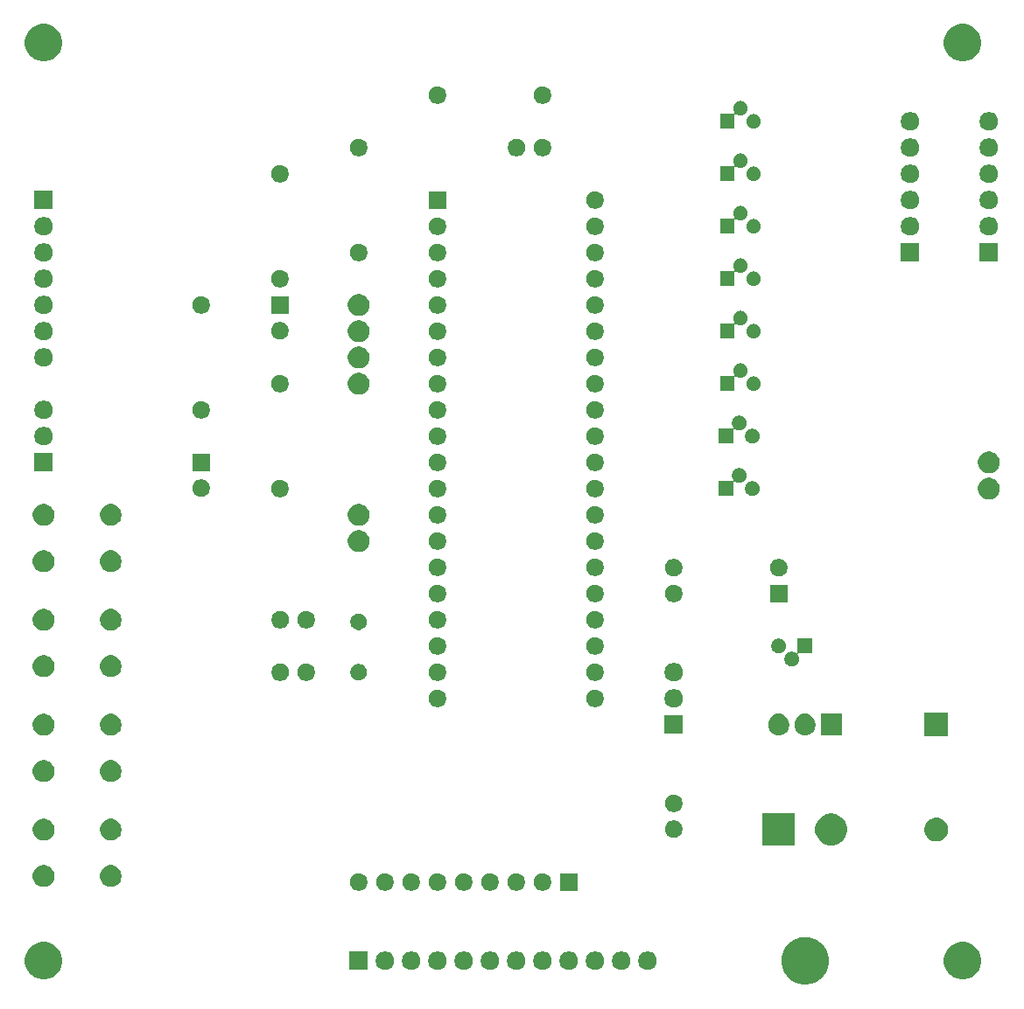
<source format=gts>
G04 #@! TF.GenerationSoftware,KiCad,Pcbnew,5.1.5-5.1.5*
G04 #@! TF.CreationDate,2020-09-06T13:46:37+10:00*
G04 #@! TF.ProjectId,89c52board,38396335-3262-46f6-9172-642e6b696361,rev?*
G04 #@! TF.SameCoordinates,PX48ab840PY18392c0*
G04 #@! TF.FileFunction,Soldermask,Top*
G04 #@! TF.FilePolarity,Negative*
%FSLAX46Y46*%
G04 Gerber Fmt 4.6, Leading zero omitted, Abs format (unit mm)*
G04 Created by KiCad (PCBNEW 5.1.5-5.1.5) date 2020-09-06 13:46:37*
%MOMM*%
%LPD*%
G04 APERTURE LIST*
%ADD10C,0.100000*%
G04 APERTURE END LIST*
D10*
G36*
X74108903Y-86643213D02*
G01*
X74331177Y-86687426D01*
X74749932Y-86860880D01*
X75126802Y-87112696D01*
X75447304Y-87433198D01*
X75699120Y-87810068D01*
X75872574Y-88228823D01*
X75961000Y-88673371D01*
X75961000Y-89126629D01*
X75872574Y-89571177D01*
X75699120Y-89989932D01*
X75447304Y-90366802D01*
X75126802Y-90687304D01*
X74749932Y-90939120D01*
X74331177Y-91112574D01*
X74108903Y-91156787D01*
X73886630Y-91201000D01*
X73433370Y-91201000D01*
X73211097Y-91156787D01*
X72988823Y-91112574D01*
X72570068Y-90939120D01*
X72193198Y-90687304D01*
X71872696Y-90366802D01*
X71620880Y-89989932D01*
X71447426Y-89571177D01*
X71359000Y-89126629D01*
X71359000Y-88673371D01*
X71447426Y-88228823D01*
X71620880Y-87810068D01*
X71872696Y-87433198D01*
X72193198Y-87112696D01*
X72570068Y-86860880D01*
X72988823Y-86687426D01*
X73211097Y-86643213D01*
X73433370Y-86599000D01*
X73886630Y-86599000D01*
X74108903Y-86643213D01*
G37*
G36*
X89425331Y-87168211D02*
G01*
X89753092Y-87303974D01*
X90048070Y-87501072D01*
X90298928Y-87751930D01*
X90496026Y-88046908D01*
X90631789Y-88374669D01*
X90701000Y-88722616D01*
X90701000Y-89077384D01*
X90631789Y-89425331D01*
X90496026Y-89753092D01*
X90298928Y-90048070D01*
X90048070Y-90298928D01*
X89753092Y-90496026D01*
X89425331Y-90631789D01*
X89077384Y-90701000D01*
X88722616Y-90701000D01*
X88374669Y-90631789D01*
X88046908Y-90496026D01*
X87751930Y-90298928D01*
X87501072Y-90048070D01*
X87303974Y-89753092D01*
X87168211Y-89425331D01*
X87099000Y-89077384D01*
X87099000Y-88722616D01*
X87168211Y-88374669D01*
X87303974Y-88046908D01*
X87501072Y-87751930D01*
X87751930Y-87501072D01*
X88046908Y-87303974D01*
X88374669Y-87168211D01*
X88722616Y-87099000D01*
X89077384Y-87099000D01*
X89425331Y-87168211D01*
G37*
G36*
X525331Y-87168211D02*
G01*
X853092Y-87303974D01*
X1148070Y-87501072D01*
X1398928Y-87751930D01*
X1596026Y-88046908D01*
X1731789Y-88374669D01*
X1801000Y-88722616D01*
X1801000Y-89077384D01*
X1731789Y-89425331D01*
X1596026Y-89753092D01*
X1398928Y-90048070D01*
X1148070Y-90298928D01*
X853092Y-90496026D01*
X525331Y-90631789D01*
X177384Y-90701000D01*
X-177384Y-90701000D01*
X-525331Y-90631789D01*
X-853092Y-90496026D01*
X-1148070Y-90298928D01*
X-1398928Y-90048070D01*
X-1596026Y-89753092D01*
X-1731789Y-89425331D01*
X-1801000Y-89077384D01*
X-1801000Y-88722616D01*
X-1731789Y-88374669D01*
X-1596026Y-88046908D01*
X-1398928Y-87751930D01*
X-1148070Y-87501072D01*
X-853092Y-87303974D01*
X-525331Y-87168211D01*
X-177384Y-87099000D01*
X177384Y-87099000D01*
X525331Y-87168211D01*
G37*
G36*
X40753512Y-88003927D02*
G01*
X40902812Y-88033624D01*
X41066784Y-88101544D01*
X41214354Y-88200147D01*
X41339853Y-88325646D01*
X41438456Y-88473216D01*
X41506376Y-88637188D01*
X41541000Y-88811259D01*
X41541000Y-88988741D01*
X41506376Y-89162812D01*
X41438456Y-89326784D01*
X41339853Y-89474354D01*
X41214354Y-89599853D01*
X41066784Y-89698456D01*
X40902812Y-89766376D01*
X40753512Y-89796073D01*
X40728742Y-89801000D01*
X40551258Y-89801000D01*
X40526488Y-89796073D01*
X40377188Y-89766376D01*
X40213216Y-89698456D01*
X40065646Y-89599853D01*
X39940147Y-89474354D01*
X39841544Y-89326784D01*
X39773624Y-89162812D01*
X39739000Y-88988741D01*
X39739000Y-88811259D01*
X39773624Y-88637188D01*
X39841544Y-88473216D01*
X39940147Y-88325646D01*
X40065646Y-88200147D01*
X40213216Y-88101544D01*
X40377188Y-88033624D01*
X40526488Y-88003927D01*
X40551258Y-87999000D01*
X40728742Y-87999000D01*
X40753512Y-88003927D01*
G37*
G36*
X48373512Y-88003927D02*
G01*
X48522812Y-88033624D01*
X48686784Y-88101544D01*
X48834354Y-88200147D01*
X48959853Y-88325646D01*
X49058456Y-88473216D01*
X49126376Y-88637188D01*
X49161000Y-88811259D01*
X49161000Y-88988741D01*
X49126376Y-89162812D01*
X49058456Y-89326784D01*
X48959853Y-89474354D01*
X48834354Y-89599853D01*
X48686784Y-89698456D01*
X48522812Y-89766376D01*
X48373512Y-89796073D01*
X48348742Y-89801000D01*
X48171258Y-89801000D01*
X48146488Y-89796073D01*
X47997188Y-89766376D01*
X47833216Y-89698456D01*
X47685646Y-89599853D01*
X47560147Y-89474354D01*
X47461544Y-89326784D01*
X47393624Y-89162812D01*
X47359000Y-88988741D01*
X47359000Y-88811259D01*
X47393624Y-88637188D01*
X47461544Y-88473216D01*
X47560147Y-88325646D01*
X47685646Y-88200147D01*
X47833216Y-88101544D01*
X47997188Y-88033624D01*
X48146488Y-88003927D01*
X48171258Y-87999000D01*
X48348742Y-87999000D01*
X48373512Y-88003927D01*
G37*
G36*
X45833512Y-88003927D02*
G01*
X45982812Y-88033624D01*
X46146784Y-88101544D01*
X46294354Y-88200147D01*
X46419853Y-88325646D01*
X46518456Y-88473216D01*
X46586376Y-88637188D01*
X46621000Y-88811259D01*
X46621000Y-88988741D01*
X46586376Y-89162812D01*
X46518456Y-89326784D01*
X46419853Y-89474354D01*
X46294354Y-89599853D01*
X46146784Y-89698456D01*
X45982812Y-89766376D01*
X45833512Y-89796073D01*
X45808742Y-89801000D01*
X45631258Y-89801000D01*
X45606488Y-89796073D01*
X45457188Y-89766376D01*
X45293216Y-89698456D01*
X45145646Y-89599853D01*
X45020147Y-89474354D01*
X44921544Y-89326784D01*
X44853624Y-89162812D01*
X44819000Y-88988741D01*
X44819000Y-88811259D01*
X44853624Y-88637188D01*
X44921544Y-88473216D01*
X45020147Y-88325646D01*
X45145646Y-88200147D01*
X45293216Y-88101544D01*
X45457188Y-88033624D01*
X45606488Y-88003927D01*
X45631258Y-87999000D01*
X45808742Y-87999000D01*
X45833512Y-88003927D01*
G37*
G36*
X43293512Y-88003927D02*
G01*
X43442812Y-88033624D01*
X43606784Y-88101544D01*
X43754354Y-88200147D01*
X43879853Y-88325646D01*
X43978456Y-88473216D01*
X44046376Y-88637188D01*
X44081000Y-88811259D01*
X44081000Y-88988741D01*
X44046376Y-89162812D01*
X43978456Y-89326784D01*
X43879853Y-89474354D01*
X43754354Y-89599853D01*
X43606784Y-89698456D01*
X43442812Y-89766376D01*
X43293512Y-89796073D01*
X43268742Y-89801000D01*
X43091258Y-89801000D01*
X43066488Y-89796073D01*
X42917188Y-89766376D01*
X42753216Y-89698456D01*
X42605646Y-89599853D01*
X42480147Y-89474354D01*
X42381544Y-89326784D01*
X42313624Y-89162812D01*
X42279000Y-88988741D01*
X42279000Y-88811259D01*
X42313624Y-88637188D01*
X42381544Y-88473216D01*
X42480147Y-88325646D01*
X42605646Y-88200147D01*
X42753216Y-88101544D01*
X42917188Y-88033624D01*
X43066488Y-88003927D01*
X43091258Y-87999000D01*
X43268742Y-87999000D01*
X43293512Y-88003927D01*
G37*
G36*
X50913512Y-88003927D02*
G01*
X51062812Y-88033624D01*
X51226784Y-88101544D01*
X51374354Y-88200147D01*
X51499853Y-88325646D01*
X51598456Y-88473216D01*
X51666376Y-88637188D01*
X51701000Y-88811259D01*
X51701000Y-88988741D01*
X51666376Y-89162812D01*
X51598456Y-89326784D01*
X51499853Y-89474354D01*
X51374354Y-89599853D01*
X51226784Y-89698456D01*
X51062812Y-89766376D01*
X50913512Y-89796073D01*
X50888742Y-89801000D01*
X50711258Y-89801000D01*
X50686488Y-89796073D01*
X50537188Y-89766376D01*
X50373216Y-89698456D01*
X50225646Y-89599853D01*
X50100147Y-89474354D01*
X50001544Y-89326784D01*
X49933624Y-89162812D01*
X49899000Y-88988741D01*
X49899000Y-88811259D01*
X49933624Y-88637188D01*
X50001544Y-88473216D01*
X50100147Y-88325646D01*
X50225646Y-88200147D01*
X50373216Y-88101544D01*
X50537188Y-88033624D01*
X50686488Y-88003927D01*
X50711258Y-87999000D01*
X50888742Y-87999000D01*
X50913512Y-88003927D01*
G37*
G36*
X38213512Y-88003927D02*
G01*
X38362812Y-88033624D01*
X38526784Y-88101544D01*
X38674354Y-88200147D01*
X38799853Y-88325646D01*
X38898456Y-88473216D01*
X38966376Y-88637188D01*
X39001000Y-88811259D01*
X39001000Y-88988741D01*
X38966376Y-89162812D01*
X38898456Y-89326784D01*
X38799853Y-89474354D01*
X38674354Y-89599853D01*
X38526784Y-89698456D01*
X38362812Y-89766376D01*
X38213512Y-89796073D01*
X38188742Y-89801000D01*
X38011258Y-89801000D01*
X37986488Y-89796073D01*
X37837188Y-89766376D01*
X37673216Y-89698456D01*
X37525646Y-89599853D01*
X37400147Y-89474354D01*
X37301544Y-89326784D01*
X37233624Y-89162812D01*
X37199000Y-88988741D01*
X37199000Y-88811259D01*
X37233624Y-88637188D01*
X37301544Y-88473216D01*
X37400147Y-88325646D01*
X37525646Y-88200147D01*
X37673216Y-88101544D01*
X37837188Y-88033624D01*
X37986488Y-88003927D01*
X38011258Y-87999000D01*
X38188742Y-87999000D01*
X38213512Y-88003927D01*
G37*
G36*
X33133512Y-88003927D02*
G01*
X33282812Y-88033624D01*
X33446784Y-88101544D01*
X33594354Y-88200147D01*
X33719853Y-88325646D01*
X33818456Y-88473216D01*
X33886376Y-88637188D01*
X33921000Y-88811259D01*
X33921000Y-88988741D01*
X33886376Y-89162812D01*
X33818456Y-89326784D01*
X33719853Y-89474354D01*
X33594354Y-89599853D01*
X33446784Y-89698456D01*
X33282812Y-89766376D01*
X33133512Y-89796073D01*
X33108742Y-89801000D01*
X32931258Y-89801000D01*
X32906488Y-89796073D01*
X32757188Y-89766376D01*
X32593216Y-89698456D01*
X32445646Y-89599853D01*
X32320147Y-89474354D01*
X32221544Y-89326784D01*
X32153624Y-89162812D01*
X32119000Y-88988741D01*
X32119000Y-88811259D01*
X32153624Y-88637188D01*
X32221544Y-88473216D01*
X32320147Y-88325646D01*
X32445646Y-88200147D01*
X32593216Y-88101544D01*
X32757188Y-88033624D01*
X32906488Y-88003927D01*
X32931258Y-87999000D01*
X33108742Y-87999000D01*
X33133512Y-88003927D01*
G37*
G36*
X35673512Y-88003927D02*
G01*
X35822812Y-88033624D01*
X35986784Y-88101544D01*
X36134354Y-88200147D01*
X36259853Y-88325646D01*
X36358456Y-88473216D01*
X36426376Y-88637188D01*
X36461000Y-88811259D01*
X36461000Y-88988741D01*
X36426376Y-89162812D01*
X36358456Y-89326784D01*
X36259853Y-89474354D01*
X36134354Y-89599853D01*
X35986784Y-89698456D01*
X35822812Y-89766376D01*
X35673512Y-89796073D01*
X35648742Y-89801000D01*
X35471258Y-89801000D01*
X35446488Y-89796073D01*
X35297188Y-89766376D01*
X35133216Y-89698456D01*
X34985646Y-89599853D01*
X34860147Y-89474354D01*
X34761544Y-89326784D01*
X34693624Y-89162812D01*
X34659000Y-88988741D01*
X34659000Y-88811259D01*
X34693624Y-88637188D01*
X34761544Y-88473216D01*
X34860147Y-88325646D01*
X34985646Y-88200147D01*
X35133216Y-88101544D01*
X35297188Y-88033624D01*
X35446488Y-88003927D01*
X35471258Y-87999000D01*
X35648742Y-87999000D01*
X35673512Y-88003927D01*
G37*
G36*
X58533512Y-88003927D02*
G01*
X58682812Y-88033624D01*
X58846784Y-88101544D01*
X58994354Y-88200147D01*
X59119853Y-88325646D01*
X59218456Y-88473216D01*
X59286376Y-88637188D01*
X59321000Y-88811259D01*
X59321000Y-88988741D01*
X59286376Y-89162812D01*
X59218456Y-89326784D01*
X59119853Y-89474354D01*
X58994354Y-89599853D01*
X58846784Y-89698456D01*
X58682812Y-89766376D01*
X58533512Y-89796073D01*
X58508742Y-89801000D01*
X58331258Y-89801000D01*
X58306488Y-89796073D01*
X58157188Y-89766376D01*
X57993216Y-89698456D01*
X57845646Y-89599853D01*
X57720147Y-89474354D01*
X57621544Y-89326784D01*
X57553624Y-89162812D01*
X57519000Y-88988741D01*
X57519000Y-88811259D01*
X57553624Y-88637188D01*
X57621544Y-88473216D01*
X57720147Y-88325646D01*
X57845646Y-88200147D01*
X57993216Y-88101544D01*
X58157188Y-88033624D01*
X58306488Y-88003927D01*
X58331258Y-87999000D01*
X58508742Y-87999000D01*
X58533512Y-88003927D01*
G37*
G36*
X55993512Y-88003927D02*
G01*
X56142812Y-88033624D01*
X56306784Y-88101544D01*
X56454354Y-88200147D01*
X56579853Y-88325646D01*
X56678456Y-88473216D01*
X56746376Y-88637188D01*
X56781000Y-88811259D01*
X56781000Y-88988741D01*
X56746376Y-89162812D01*
X56678456Y-89326784D01*
X56579853Y-89474354D01*
X56454354Y-89599853D01*
X56306784Y-89698456D01*
X56142812Y-89766376D01*
X55993512Y-89796073D01*
X55968742Y-89801000D01*
X55791258Y-89801000D01*
X55766488Y-89796073D01*
X55617188Y-89766376D01*
X55453216Y-89698456D01*
X55305646Y-89599853D01*
X55180147Y-89474354D01*
X55081544Y-89326784D01*
X55013624Y-89162812D01*
X54979000Y-88988741D01*
X54979000Y-88811259D01*
X55013624Y-88637188D01*
X55081544Y-88473216D01*
X55180147Y-88325646D01*
X55305646Y-88200147D01*
X55453216Y-88101544D01*
X55617188Y-88033624D01*
X55766488Y-88003927D01*
X55791258Y-87999000D01*
X55968742Y-87999000D01*
X55993512Y-88003927D01*
G37*
G36*
X53453512Y-88003927D02*
G01*
X53602812Y-88033624D01*
X53766784Y-88101544D01*
X53914354Y-88200147D01*
X54039853Y-88325646D01*
X54138456Y-88473216D01*
X54206376Y-88637188D01*
X54241000Y-88811259D01*
X54241000Y-88988741D01*
X54206376Y-89162812D01*
X54138456Y-89326784D01*
X54039853Y-89474354D01*
X53914354Y-89599853D01*
X53766784Y-89698456D01*
X53602812Y-89766376D01*
X53453512Y-89796073D01*
X53428742Y-89801000D01*
X53251258Y-89801000D01*
X53226488Y-89796073D01*
X53077188Y-89766376D01*
X52913216Y-89698456D01*
X52765646Y-89599853D01*
X52640147Y-89474354D01*
X52541544Y-89326784D01*
X52473624Y-89162812D01*
X52439000Y-88988741D01*
X52439000Y-88811259D01*
X52473624Y-88637188D01*
X52541544Y-88473216D01*
X52640147Y-88325646D01*
X52765646Y-88200147D01*
X52913216Y-88101544D01*
X53077188Y-88033624D01*
X53226488Y-88003927D01*
X53251258Y-87999000D01*
X53428742Y-87999000D01*
X53453512Y-88003927D01*
G37*
G36*
X31381000Y-89801000D02*
G01*
X29579000Y-89801000D01*
X29579000Y-87999000D01*
X31381000Y-87999000D01*
X31381000Y-89801000D01*
G37*
G36*
X48508228Y-80461703D02*
G01*
X48663100Y-80525853D01*
X48802481Y-80618985D01*
X48921015Y-80737519D01*
X49014147Y-80876900D01*
X49078297Y-81031772D01*
X49111000Y-81196184D01*
X49111000Y-81363816D01*
X49078297Y-81528228D01*
X49014147Y-81683100D01*
X48921015Y-81822481D01*
X48802481Y-81941015D01*
X48663100Y-82034147D01*
X48508228Y-82098297D01*
X48343816Y-82131000D01*
X48176184Y-82131000D01*
X48011772Y-82098297D01*
X47856900Y-82034147D01*
X47717519Y-81941015D01*
X47598985Y-81822481D01*
X47505853Y-81683100D01*
X47441703Y-81528228D01*
X47409000Y-81363816D01*
X47409000Y-81196184D01*
X47441703Y-81031772D01*
X47505853Y-80876900D01*
X47598985Y-80737519D01*
X47717519Y-80618985D01*
X47856900Y-80525853D01*
X48011772Y-80461703D01*
X48176184Y-80429000D01*
X48343816Y-80429000D01*
X48508228Y-80461703D01*
G37*
G36*
X30728228Y-80461703D02*
G01*
X30883100Y-80525853D01*
X31022481Y-80618985D01*
X31141015Y-80737519D01*
X31234147Y-80876900D01*
X31298297Y-81031772D01*
X31331000Y-81196184D01*
X31331000Y-81363816D01*
X31298297Y-81528228D01*
X31234147Y-81683100D01*
X31141015Y-81822481D01*
X31022481Y-81941015D01*
X30883100Y-82034147D01*
X30728228Y-82098297D01*
X30563816Y-82131000D01*
X30396184Y-82131000D01*
X30231772Y-82098297D01*
X30076900Y-82034147D01*
X29937519Y-81941015D01*
X29818985Y-81822481D01*
X29725853Y-81683100D01*
X29661703Y-81528228D01*
X29629000Y-81363816D01*
X29629000Y-81196184D01*
X29661703Y-81031772D01*
X29725853Y-80876900D01*
X29818985Y-80737519D01*
X29937519Y-80618985D01*
X30076900Y-80525853D01*
X30231772Y-80461703D01*
X30396184Y-80429000D01*
X30563816Y-80429000D01*
X30728228Y-80461703D01*
G37*
G36*
X51651000Y-82131000D02*
G01*
X49949000Y-82131000D01*
X49949000Y-80429000D01*
X51651000Y-80429000D01*
X51651000Y-82131000D01*
G37*
G36*
X35808228Y-80461703D02*
G01*
X35963100Y-80525853D01*
X36102481Y-80618985D01*
X36221015Y-80737519D01*
X36314147Y-80876900D01*
X36378297Y-81031772D01*
X36411000Y-81196184D01*
X36411000Y-81363816D01*
X36378297Y-81528228D01*
X36314147Y-81683100D01*
X36221015Y-81822481D01*
X36102481Y-81941015D01*
X35963100Y-82034147D01*
X35808228Y-82098297D01*
X35643816Y-82131000D01*
X35476184Y-82131000D01*
X35311772Y-82098297D01*
X35156900Y-82034147D01*
X35017519Y-81941015D01*
X34898985Y-81822481D01*
X34805853Y-81683100D01*
X34741703Y-81528228D01*
X34709000Y-81363816D01*
X34709000Y-81196184D01*
X34741703Y-81031772D01*
X34805853Y-80876900D01*
X34898985Y-80737519D01*
X35017519Y-80618985D01*
X35156900Y-80525853D01*
X35311772Y-80461703D01*
X35476184Y-80429000D01*
X35643816Y-80429000D01*
X35808228Y-80461703D01*
G37*
G36*
X38348228Y-80461703D02*
G01*
X38503100Y-80525853D01*
X38642481Y-80618985D01*
X38761015Y-80737519D01*
X38854147Y-80876900D01*
X38918297Y-81031772D01*
X38951000Y-81196184D01*
X38951000Y-81363816D01*
X38918297Y-81528228D01*
X38854147Y-81683100D01*
X38761015Y-81822481D01*
X38642481Y-81941015D01*
X38503100Y-82034147D01*
X38348228Y-82098297D01*
X38183816Y-82131000D01*
X38016184Y-82131000D01*
X37851772Y-82098297D01*
X37696900Y-82034147D01*
X37557519Y-81941015D01*
X37438985Y-81822481D01*
X37345853Y-81683100D01*
X37281703Y-81528228D01*
X37249000Y-81363816D01*
X37249000Y-81196184D01*
X37281703Y-81031772D01*
X37345853Y-80876900D01*
X37438985Y-80737519D01*
X37557519Y-80618985D01*
X37696900Y-80525853D01*
X37851772Y-80461703D01*
X38016184Y-80429000D01*
X38183816Y-80429000D01*
X38348228Y-80461703D01*
G37*
G36*
X40888228Y-80461703D02*
G01*
X41043100Y-80525853D01*
X41182481Y-80618985D01*
X41301015Y-80737519D01*
X41394147Y-80876900D01*
X41458297Y-81031772D01*
X41491000Y-81196184D01*
X41491000Y-81363816D01*
X41458297Y-81528228D01*
X41394147Y-81683100D01*
X41301015Y-81822481D01*
X41182481Y-81941015D01*
X41043100Y-82034147D01*
X40888228Y-82098297D01*
X40723816Y-82131000D01*
X40556184Y-82131000D01*
X40391772Y-82098297D01*
X40236900Y-82034147D01*
X40097519Y-81941015D01*
X39978985Y-81822481D01*
X39885853Y-81683100D01*
X39821703Y-81528228D01*
X39789000Y-81363816D01*
X39789000Y-81196184D01*
X39821703Y-81031772D01*
X39885853Y-80876900D01*
X39978985Y-80737519D01*
X40097519Y-80618985D01*
X40236900Y-80525853D01*
X40391772Y-80461703D01*
X40556184Y-80429000D01*
X40723816Y-80429000D01*
X40888228Y-80461703D01*
G37*
G36*
X45968228Y-80461703D02*
G01*
X46123100Y-80525853D01*
X46262481Y-80618985D01*
X46381015Y-80737519D01*
X46474147Y-80876900D01*
X46538297Y-81031772D01*
X46571000Y-81196184D01*
X46571000Y-81363816D01*
X46538297Y-81528228D01*
X46474147Y-81683100D01*
X46381015Y-81822481D01*
X46262481Y-81941015D01*
X46123100Y-82034147D01*
X45968228Y-82098297D01*
X45803816Y-82131000D01*
X45636184Y-82131000D01*
X45471772Y-82098297D01*
X45316900Y-82034147D01*
X45177519Y-81941015D01*
X45058985Y-81822481D01*
X44965853Y-81683100D01*
X44901703Y-81528228D01*
X44869000Y-81363816D01*
X44869000Y-81196184D01*
X44901703Y-81031772D01*
X44965853Y-80876900D01*
X45058985Y-80737519D01*
X45177519Y-80618985D01*
X45316900Y-80525853D01*
X45471772Y-80461703D01*
X45636184Y-80429000D01*
X45803816Y-80429000D01*
X45968228Y-80461703D01*
G37*
G36*
X43428228Y-80461703D02*
G01*
X43583100Y-80525853D01*
X43722481Y-80618985D01*
X43841015Y-80737519D01*
X43934147Y-80876900D01*
X43998297Y-81031772D01*
X44031000Y-81196184D01*
X44031000Y-81363816D01*
X43998297Y-81528228D01*
X43934147Y-81683100D01*
X43841015Y-81822481D01*
X43722481Y-81941015D01*
X43583100Y-82034147D01*
X43428228Y-82098297D01*
X43263816Y-82131000D01*
X43096184Y-82131000D01*
X42931772Y-82098297D01*
X42776900Y-82034147D01*
X42637519Y-81941015D01*
X42518985Y-81822481D01*
X42425853Y-81683100D01*
X42361703Y-81528228D01*
X42329000Y-81363816D01*
X42329000Y-81196184D01*
X42361703Y-81031772D01*
X42425853Y-80876900D01*
X42518985Y-80737519D01*
X42637519Y-80618985D01*
X42776900Y-80525853D01*
X42931772Y-80461703D01*
X43096184Y-80429000D01*
X43263816Y-80429000D01*
X43428228Y-80461703D01*
G37*
G36*
X33268228Y-80461703D02*
G01*
X33423100Y-80525853D01*
X33562481Y-80618985D01*
X33681015Y-80737519D01*
X33774147Y-80876900D01*
X33838297Y-81031772D01*
X33871000Y-81196184D01*
X33871000Y-81363816D01*
X33838297Y-81528228D01*
X33774147Y-81683100D01*
X33681015Y-81822481D01*
X33562481Y-81941015D01*
X33423100Y-82034147D01*
X33268228Y-82098297D01*
X33103816Y-82131000D01*
X32936184Y-82131000D01*
X32771772Y-82098297D01*
X32616900Y-82034147D01*
X32477519Y-81941015D01*
X32358985Y-81822481D01*
X32265853Y-81683100D01*
X32201703Y-81528228D01*
X32169000Y-81363816D01*
X32169000Y-81196184D01*
X32201703Y-81031772D01*
X32265853Y-80876900D01*
X32358985Y-80737519D01*
X32477519Y-80618985D01*
X32616900Y-80525853D01*
X32771772Y-80461703D01*
X32936184Y-80429000D01*
X33103816Y-80429000D01*
X33268228Y-80461703D01*
G37*
G36*
X6806564Y-79689389D02*
G01*
X6997833Y-79768615D01*
X6997835Y-79768616D01*
X7169973Y-79883635D01*
X7316365Y-80030027D01*
X7431385Y-80202167D01*
X7510611Y-80393436D01*
X7551000Y-80596484D01*
X7551000Y-80803516D01*
X7510611Y-81006564D01*
X7431385Y-81197833D01*
X7431384Y-81197835D01*
X7316365Y-81369973D01*
X7169973Y-81516365D01*
X6997835Y-81631384D01*
X6997834Y-81631385D01*
X6997833Y-81631385D01*
X6806564Y-81710611D01*
X6603516Y-81751000D01*
X6396484Y-81751000D01*
X6193436Y-81710611D01*
X6002167Y-81631385D01*
X6002166Y-81631385D01*
X6002165Y-81631384D01*
X5830027Y-81516365D01*
X5683635Y-81369973D01*
X5568616Y-81197835D01*
X5568615Y-81197833D01*
X5489389Y-81006564D01*
X5449000Y-80803516D01*
X5449000Y-80596484D01*
X5489389Y-80393436D01*
X5568615Y-80202167D01*
X5683635Y-80030027D01*
X5830027Y-79883635D01*
X6002165Y-79768616D01*
X6002167Y-79768615D01*
X6193436Y-79689389D01*
X6396484Y-79649000D01*
X6603516Y-79649000D01*
X6806564Y-79689389D01*
G37*
G36*
X306564Y-79689389D02*
G01*
X497833Y-79768615D01*
X497835Y-79768616D01*
X669973Y-79883635D01*
X816365Y-80030027D01*
X931385Y-80202167D01*
X1010611Y-80393436D01*
X1051000Y-80596484D01*
X1051000Y-80803516D01*
X1010611Y-81006564D01*
X931385Y-81197833D01*
X931384Y-81197835D01*
X816365Y-81369973D01*
X669973Y-81516365D01*
X497835Y-81631384D01*
X497834Y-81631385D01*
X497833Y-81631385D01*
X306564Y-81710611D01*
X103516Y-81751000D01*
X-103516Y-81751000D01*
X-306564Y-81710611D01*
X-497833Y-81631385D01*
X-497834Y-81631385D01*
X-497835Y-81631384D01*
X-669973Y-81516365D01*
X-816365Y-81369973D01*
X-931384Y-81197835D01*
X-931385Y-81197833D01*
X-1010611Y-81006564D01*
X-1051000Y-80803516D01*
X-1051000Y-80596484D01*
X-1010611Y-80393436D01*
X-931385Y-80202167D01*
X-816365Y-80030027D01*
X-669973Y-79883635D01*
X-497835Y-79768616D01*
X-497833Y-79768615D01*
X-306564Y-79689389D01*
X-103516Y-79649000D01*
X103516Y-79649000D01*
X306564Y-79689389D01*
G37*
G36*
X72671000Y-77751000D02*
G01*
X69569000Y-77751000D01*
X69569000Y-74649000D01*
X72671000Y-74649000D01*
X72671000Y-77751000D01*
G37*
G36*
X76502585Y-74678802D02*
G01*
X76652410Y-74708604D01*
X76934674Y-74825521D01*
X77188705Y-74995259D01*
X77404741Y-75211295D01*
X77574479Y-75465326D01*
X77691396Y-75747590D01*
X77751000Y-76047240D01*
X77751000Y-76352760D01*
X77691396Y-76652410D01*
X77574479Y-76934674D01*
X77404741Y-77188705D01*
X77188705Y-77404741D01*
X76934674Y-77574479D01*
X76652410Y-77691396D01*
X76502585Y-77721198D01*
X76352761Y-77751000D01*
X76047239Y-77751000D01*
X75897415Y-77721198D01*
X75747590Y-77691396D01*
X75465326Y-77574479D01*
X75211295Y-77404741D01*
X74995259Y-77188705D01*
X74825521Y-76934674D01*
X74708604Y-76652410D01*
X74649000Y-76352760D01*
X74649000Y-76047240D01*
X74708604Y-75747590D01*
X74825521Y-75465326D01*
X74995259Y-75211295D01*
X75211295Y-74995259D01*
X75465326Y-74825521D01*
X75747590Y-74708604D01*
X75897415Y-74678802D01*
X76047239Y-74649000D01*
X76352761Y-74649000D01*
X76502585Y-74678802D01*
G37*
G36*
X86584549Y-75071116D02*
G01*
X86695734Y-75093232D01*
X86905203Y-75179997D01*
X87093720Y-75305960D01*
X87254040Y-75466280D01*
X87355095Y-75617520D01*
X87380004Y-75654799D01*
X87399624Y-75702167D01*
X87466768Y-75864266D01*
X87488884Y-75975451D01*
X87511000Y-76086635D01*
X87511000Y-76313365D01*
X87492130Y-76408228D01*
X87466768Y-76535734D01*
X87418439Y-76652410D01*
X87397700Y-76702480D01*
X87380003Y-76745203D01*
X87254040Y-76933720D01*
X87093720Y-77094040D01*
X86905203Y-77220003D01*
X86695734Y-77306768D01*
X86584549Y-77328884D01*
X86473365Y-77351000D01*
X86246635Y-77351000D01*
X86135451Y-77328884D01*
X86024266Y-77306768D01*
X85814797Y-77220003D01*
X85626280Y-77094040D01*
X85465960Y-76933720D01*
X85339997Y-76745203D01*
X85322301Y-76702480D01*
X85301561Y-76652410D01*
X85253232Y-76535734D01*
X85227870Y-76408228D01*
X85209000Y-76313365D01*
X85209000Y-76086635D01*
X85231116Y-75975451D01*
X85253232Y-75864266D01*
X85320376Y-75702167D01*
X85339996Y-75654799D01*
X85364905Y-75617520D01*
X85465960Y-75466280D01*
X85626280Y-75305960D01*
X85814797Y-75179997D01*
X86024266Y-75093232D01*
X86135451Y-75071116D01*
X86246635Y-75049000D01*
X86473365Y-75049000D01*
X86584549Y-75071116D01*
G37*
G36*
X306564Y-75189389D02*
G01*
X497833Y-75268615D01*
X497835Y-75268616D01*
X669973Y-75383635D01*
X816365Y-75530027D01*
X899734Y-75654797D01*
X931385Y-75702167D01*
X1010611Y-75893436D01*
X1051000Y-76096484D01*
X1051000Y-76303516D01*
X1010611Y-76506564D01*
X998528Y-76535734D01*
X931384Y-76697835D01*
X816365Y-76869973D01*
X669973Y-77016365D01*
X497835Y-77131384D01*
X497834Y-77131385D01*
X497833Y-77131385D01*
X306564Y-77210611D01*
X103516Y-77251000D01*
X-103516Y-77251000D01*
X-306564Y-77210611D01*
X-497833Y-77131385D01*
X-497834Y-77131385D01*
X-497835Y-77131384D01*
X-669973Y-77016365D01*
X-816365Y-76869973D01*
X-931384Y-76697835D01*
X-998528Y-76535734D01*
X-1010611Y-76506564D01*
X-1051000Y-76303516D01*
X-1051000Y-76096484D01*
X-1010611Y-75893436D01*
X-931385Y-75702167D01*
X-899733Y-75654797D01*
X-816365Y-75530027D01*
X-669973Y-75383635D01*
X-497835Y-75268616D01*
X-497833Y-75268615D01*
X-306564Y-75189389D01*
X-103516Y-75149000D01*
X103516Y-75149000D01*
X306564Y-75189389D01*
G37*
G36*
X6806564Y-75189389D02*
G01*
X6997833Y-75268615D01*
X6997835Y-75268616D01*
X7169973Y-75383635D01*
X7316365Y-75530027D01*
X7399734Y-75654797D01*
X7431385Y-75702167D01*
X7510611Y-75893436D01*
X7551000Y-76096484D01*
X7551000Y-76303516D01*
X7510611Y-76506564D01*
X7498528Y-76535734D01*
X7431384Y-76697835D01*
X7316365Y-76869973D01*
X7169973Y-77016365D01*
X6997835Y-77131384D01*
X6997834Y-77131385D01*
X6997833Y-77131385D01*
X6806564Y-77210611D01*
X6603516Y-77251000D01*
X6396484Y-77251000D01*
X6193436Y-77210611D01*
X6002167Y-77131385D01*
X6002166Y-77131385D01*
X6002165Y-77131384D01*
X5830027Y-77016365D01*
X5683635Y-76869973D01*
X5568616Y-76697835D01*
X5501472Y-76535734D01*
X5489389Y-76506564D01*
X5449000Y-76303516D01*
X5449000Y-76096484D01*
X5489389Y-75893436D01*
X5568615Y-75702167D01*
X5600267Y-75654797D01*
X5683635Y-75530027D01*
X5830027Y-75383635D01*
X6002165Y-75268616D01*
X6002167Y-75268615D01*
X6193436Y-75189389D01*
X6396484Y-75149000D01*
X6603516Y-75149000D01*
X6806564Y-75189389D01*
G37*
G36*
X61208228Y-75341703D02*
G01*
X61363100Y-75405853D01*
X61502481Y-75498985D01*
X61621015Y-75617519D01*
X61714147Y-75756900D01*
X61778297Y-75911772D01*
X61811000Y-76076184D01*
X61811000Y-76243816D01*
X61778297Y-76408228D01*
X61714147Y-76563100D01*
X61621015Y-76702481D01*
X61502481Y-76821015D01*
X61363100Y-76914147D01*
X61208228Y-76978297D01*
X61043816Y-77011000D01*
X60876184Y-77011000D01*
X60711772Y-76978297D01*
X60556900Y-76914147D01*
X60417519Y-76821015D01*
X60298985Y-76702481D01*
X60205853Y-76563100D01*
X60141703Y-76408228D01*
X60109000Y-76243816D01*
X60109000Y-76076184D01*
X60141703Y-75911772D01*
X60205853Y-75756900D01*
X60298985Y-75617519D01*
X60417519Y-75498985D01*
X60556900Y-75405853D01*
X60711772Y-75341703D01*
X60876184Y-75309000D01*
X61043816Y-75309000D01*
X61208228Y-75341703D01*
G37*
G36*
X61208228Y-72841703D02*
G01*
X61363100Y-72905853D01*
X61502481Y-72998985D01*
X61621015Y-73117519D01*
X61714147Y-73256900D01*
X61778297Y-73411772D01*
X61811000Y-73576184D01*
X61811000Y-73743816D01*
X61778297Y-73908228D01*
X61714147Y-74063100D01*
X61621015Y-74202481D01*
X61502481Y-74321015D01*
X61363100Y-74414147D01*
X61208228Y-74478297D01*
X61043816Y-74511000D01*
X60876184Y-74511000D01*
X60711772Y-74478297D01*
X60556900Y-74414147D01*
X60417519Y-74321015D01*
X60298985Y-74202481D01*
X60205853Y-74063100D01*
X60141703Y-73908228D01*
X60109000Y-73743816D01*
X60109000Y-73576184D01*
X60141703Y-73411772D01*
X60205853Y-73256900D01*
X60298985Y-73117519D01*
X60417519Y-72998985D01*
X60556900Y-72905853D01*
X60711772Y-72841703D01*
X60876184Y-72809000D01*
X61043816Y-72809000D01*
X61208228Y-72841703D01*
G37*
G36*
X306564Y-69529389D02*
G01*
X497833Y-69608615D01*
X497835Y-69608616D01*
X669973Y-69723635D01*
X816365Y-69870027D01*
X931385Y-70042167D01*
X1010611Y-70233436D01*
X1051000Y-70436484D01*
X1051000Y-70643516D01*
X1010611Y-70846564D01*
X931385Y-71037833D01*
X931384Y-71037835D01*
X816365Y-71209973D01*
X669973Y-71356365D01*
X497835Y-71471384D01*
X497834Y-71471385D01*
X497833Y-71471385D01*
X306564Y-71550611D01*
X103516Y-71591000D01*
X-103516Y-71591000D01*
X-306564Y-71550611D01*
X-497833Y-71471385D01*
X-497834Y-71471385D01*
X-497835Y-71471384D01*
X-669973Y-71356365D01*
X-816365Y-71209973D01*
X-931384Y-71037835D01*
X-931385Y-71037833D01*
X-1010611Y-70846564D01*
X-1051000Y-70643516D01*
X-1051000Y-70436484D01*
X-1010611Y-70233436D01*
X-931385Y-70042167D01*
X-816365Y-69870027D01*
X-669973Y-69723635D01*
X-497835Y-69608616D01*
X-497833Y-69608615D01*
X-306564Y-69529389D01*
X-103516Y-69489000D01*
X103516Y-69489000D01*
X306564Y-69529389D01*
G37*
G36*
X6806564Y-69529389D02*
G01*
X6997833Y-69608615D01*
X6997835Y-69608616D01*
X7169973Y-69723635D01*
X7316365Y-69870027D01*
X7431385Y-70042167D01*
X7510611Y-70233436D01*
X7551000Y-70436484D01*
X7551000Y-70643516D01*
X7510611Y-70846564D01*
X7431385Y-71037833D01*
X7431384Y-71037835D01*
X7316365Y-71209973D01*
X7169973Y-71356365D01*
X6997835Y-71471384D01*
X6997834Y-71471385D01*
X6997833Y-71471385D01*
X6806564Y-71550611D01*
X6603516Y-71591000D01*
X6396484Y-71591000D01*
X6193436Y-71550611D01*
X6002167Y-71471385D01*
X6002166Y-71471385D01*
X6002165Y-71471384D01*
X5830027Y-71356365D01*
X5683635Y-71209973D01*
X5568616Y-71037835D01*
X5568615Y-71037833D01*
X5489389Y-70846564D01*
X5449000Y-70643516D01*
X5449000Y-70436484D01*
X5489389Y-70233436D01*
X5568615Y-70042167D01*
X5683635Y-69870027D01*
X5830027Y-69723635D01*
X6002165Y-69608616D01*
X6002167Y-69608615D01*
X6193436Y-69529389D01*
X6396484Y-69489000D01*
X6603516Y-69489000D01*
X6806564Y-69529389D01*
G37*
G36*
X87511000Y-67191000D02*
G01*
X85209000Y-67191000D01*
X85209000Y-64889000D01*
X87511000Y-64889000D01*
X87511000Y-67191000D01*
G37*
G36*
X71316720Y-65003520D02*
G01*
X71505881Y-65060901D01*
X71680212Y-65154083D01*
X71833015Y-65279485D01*
X71958417Y-65432288D01*
X72002182Y-65514167D01*
X72051598Y-65606617D01*
X72051599Y-65606620D01*
X72108980Y-65795781D01*
X72123500Y-65943207D01*
X72123500Y-66136794D01*
X72108980Y-66284220D01*
X72051599Y-66473381D01*
X71958417Y-66647712D01*
X71833015Y-66800515D01*
X71680212Y-66925917D01*
X71598333Y-66969682D01*
X71505883Y-67019098D01*
X71505880Y-67019099D01*
X71316719Y-67076480D01*
X71120000Y-67095855D01*
X70923280Y-67076480D01*
X70734119Y-67019099D01*
X70559788Y-66925917D01*
X70406985Y-66800515D01*
X70281583Y-66647712D01*
X70222852Y-66537833D01*
X70188402Y-66473383D01*
X70188401Y-66473380D01*
X70131020Y-66284219D01*
X70116500Y-66136793D01*
X70116500Y-65943206D01*
X70131020Y-65795780D01*
X70188401Y-65606619D01*
X70281583Y-65432288D01*
X70406985Y-65279485D01*
X70559788Y-65154083D01*
X70734120Y-65060901D01*
X70923281Y-65003520D01*
X71120000Y-64984145D01*
X71316720Y-65003520D01*
G37*
G36*
X73856720Y-65003520D02*
G01*
X74045881Y-65060901D01*
X74220212Y-65154083D01*
X74373015Y-65279485D01*
X74498417Y-65432288D01*
X74542182Y-65514167D01*
X74591598Y-65606617D01*
X74591599Y-65606620D01*
X74648980Y-65795781D01*
X74663500Y-65943207D01*
X74663500Y-66136794D01*
X74648980Y-66284220D01*
X74591599Y-66473381D01*
X74498417Y-66647712D01*
X74373015Y-66800515D01*
X74220212Y-66925917D01*
X74138333Y-66969682D01*
X74045883Y-67019098D01*
X74045880Y-67019099D01*
X73856719Y-67076480D01*
X73660000Y-67095855D01*
X73463280Y-67076480D01*
X73274119Y-67019099D01*
X73099788Y-66925917D01*
X72946985Y-66800515D01*
X72821583Y-66647712D01*
X72762852Y-66537833D01*
X72728402Y-66473383D01*
X72728401Y-66473380D01*
X72671020Y-66284219D01*
X72656500Y-66136793D01*
X72656500Y-65943206D01*
X72671020Y-65795780D01*
X72728401Y-65606619D01*
X72821583Y-65432288D01*
X72946985Y-65279485D01*
X73099788Y-65154083D01*
X73274120Y-65060901D01*
X73463281Y-65003520D01*
X73660000Y-64984145D01*
X73856720Y-65003520D01*
G37*
G36*
X6806564Y-65029389D02*
G01*
X6997833Y-65108615D01*
X6997835Y-65108616D01*
X7065881Y-65154083D01*
X7169973Y-65223635D01*
X7316365Y-65370027D01*
X7431385Y-65542167D01*
X7510611Y-65733436D01*
X7551000Y-65936484D01*
X7551000Y-66143516D01*
X7510611Y-66346564D01*
X7458082Y-66473380D01*
X7431384Y-66537835D01*
X7316365Y-66709973D01*
X7169973Y-66856365D01*
X6997835Y-66971384D01*
X6997834Y-66971385D01*
X6997833Y-66971385D01*
X6806564Y-67050611D01*
X6603516Y-67091000D01*
X6396484Y-67091000D01*
X6193436Y-67050611D01*
X6002167Y-66971385D01*
X6002166Y-66971385D01*
X6002165Y-66971384D01*
X5830027Y-66856365D01*
X5683635Y-66709973D01*
X5568616Y-66537835D01*
X5541918Y-66473380D01*
X5489389Y-66346564D01*
X5449000Y-66143516D01*
X5449000Y-65936484D01*
X5489389Y-65733436D01*
X5568615Y-65542167D01*
X5683635Y-65370027D01*
X5830027Y-65223635D01*
X5934119Y-65154083D01*
X6002165Y-65108616D01*
X6002167Y-65108615D01*
X6193436Y-65029389D01*
X6396484Y-64989000D01*
X6603516Y-64989000D01*
X6806564Y-65029389D01*
G37*
G36*
X77203500Y-67091000D02*
G01*
X75196500Y-67091000D01*
X75196500Y-64989000D01*
X77203500Y-64989000D01*
X77203500Y-67091000D01*
G37*
G36*
X306564Y-65029389D02*
G01*
X497833Y-65108615D01*
X497835Y-65108616D01*
X565881Y-65154083D01*
X669973Y-65223635D01*
X816365Y-65370027D01*
X931385Y-65542167D01*
X1010611Y-65733436D01*
X1051000Y-65936484D01*
X1051000Y-66143516D01*
X1010611Y-66346564D01*
X958082Y-66473380D01*
X931384Y-66537835D01*
X816365Y-66709973D01*
X669973Y-66856365D01*
X497835Y-66971384D01*
X497834Y-66971385D01*
X497833Y-66971385D01*
X306564Y-67050611D01*
X103516Y-67091000D01*
X-103516Y-67091000D01*
X-306564Y-67050611D01*
X-497833Y-66971385D01*
X-497834Y-66971385D01*
X-497835Y-66971384D01*
X-669973Y-66856365D01*
X-816365Y-66709973D01*
X-931384Y-66537835D01*
X-958082Y-66473380D01*
X-1010611Y-66346564D01*
X-1051000Y-66143516D01*
X-1051000Y-65936484D01*
X-1010611Y-65733436D01*
X-931385Y-65542167D01*
X-816365Y-65370027D01*
X-669973Y-65223635D01*
X-565881Y-65154083D01*
X-497835Y-65108616D01*
X-497833Y-65108615D01*
X-306564Y-65029389D01*
X-103516Y-64989000D01*
X103516Y-64989000D01*
X306564Y-65029389D01*
G37*
G36*
X61861000Y-66941000D02*
G01*
X60059000Y-66941000D01*
X60059000Y-65139000D01*
X61861000Y-65139000D01*
X61861000Y-66941000D01*
G37*
G36*
X61073512Y-62603927D02*
G01*
X61222812Y-62633624D01*
X61386784Y-62701544D01*
X61534354Y-62800147D01*
X61659853Y-62925646D01*
X61758456Y-63073216D01*
X61826376Y-63237188D01*
X61861000Y-63411259D01*
X61861000Y-63588741D01*
X61826376Y-63762812D01*
X61758456Y-63926784D01*
X61659853Y-64074354D01*
X61534354Y-64199853D01*
X61386784Y-64298456D01*
X61222812Y-64366376D01*
X61073512Y-64396073D01*
X61048742Y-64401000D01*
X60871258Y-64401000D01*
X60846488Y-64396073D01*
X60697188Y-64366376D01*
X60533216Y-64298456D01*
X60385646Y-64199853D01*
X60260147Y-64074354D01*
X60161544Y-63926784D01*
X60093624Y-63762812D01*
X60059000Y-63588741D01*
X60059000Y-63411259D01*
X60093624Y-63237188D01*
X60161544Y-63073216D01*
X60260147Y-62925646D01*
X60385646Y-62800147D01*
X60533216Y-62701544D01*
X60697188Y-62633624D01*
X60846488Y-62603927D01*
X60871258Y-62599000D01*
X61048742Y-62599000D01*
X61073512Y-62603927D01*
G37*
G36*
X38348228Y-62681703D02*
G01*
X38503100Y-62745853D01*
X38642481Y-62838985D01*
X38761015Y-62957519D01*
X38854147Y-63096900D01*
X38918297Y-63251772D01*
X38951000Y-63416184D01*
X38951000Y-63583816D01*
X38918297Y-63748228D01*
X38854147Y-63903100D01*
X38761015Y-64042481D01*
X38642481Y-64161015D01*
X38503100Y-64254147D01*
X38348228Y-64318297D01*
X38183816Y-64351000D01*
X38016184Y-64351000D01*
X37851772Y-64318297D01*
X37696900Y-64254147D01*
X37557519Y-64161015D01*
X37438985Y-64042481D01*
X37345853Y-63903100D01*
X37281703Y-63748228D01*
X37249000Y-63583816D01*
X37249000Y-63416184D01*
X37281703Y-63251772D01*
X37345853Y-63096900D01*
X37438985Y-62957519D01*
X37557519Y-62838985D01*
X37696900Y-62745853D01*
X37851772Y-62681703D01*
X38016184Y-62649000D01*
X38183816Y-62649000D01*
X38348228Y-62681703D01*
G37*
G36*
X53588228Y-62681703D02*
G01*
X53743100Y-62745853D01*
X53882481Y-62838985D01*
X54001015Y-62957519D01*
X54094147Y-63096900D01*
X54158297Y-63251772D01*
X54191000Y-63416184D01*
X54191000Y-63583816D01*
X54158297Y-63748228D01*
X54094147Y-63903100D01*
X54001015Y-64042481D01*
X53882481Y-64161015D01*
X53743100Y-64254147D01*
X53588228Y-64318297D01*
X53423816Y-64351000D01*
X53256184Y-64351000D01*
X53091772Y-64318297D01*
X52936900Y-64254147D01*
X52797519Y-64161015D01*
X52678985Y-64042481D01*
X52585853Y-63903100D01*
X52521703Y-63748228D01*
X52489000Y-63583816D01*
X52489000Y-63416184D01*
X52521703Y-63251772D01*
X52585853Y-63096900D01*
X52678985Y-62957519D01*
X52797519Y-62838985D01*
X52936900Y-62745853D01*
X53091772Y-62681703D01*
X53256184Y-62649000D01*
X53423816Y-62649000D01*
X53588228Y-62681703D01*
G37*
G36*
X61073512Y-60063927D02*
G01*
X61222812Y-60093624D01*
X61386784Y-60161544D01*
X61534354Y-60260147D01*
X61659853Y-60385646D01*
X61758456Y-60533216D01*
X61826376Y-60697188D01*
X61861000Y-60871259D01*
X61861000Y-61048741D01*
X61826376Y-61222812D01*
X61758456Y-61386784D01*
X61659853Y-61534354D01*
X61534354Y-61659853D01*
X61386784Y-61758456D01*
X61222812Y-61826376D01*
X61073512Y-61856073D01*
X61048742Y-61861000D01*
X60871258Y-61861000D01*
X60846488Y-61856073D01*
X60697188Y-61826376D01*
X60533216Y-61758456D01*
X60385646Y-61659853D01*
X60260147Y-61534354D01*
X60161544Y-61386784D01*
X60093624Y-61222812D01*
X60059000Y-61048741D01*
X60059000Y-60871259D01*
X60093624Y-60697188D01*
X60161544Y-60533216D01*
X60260147Y-60385646D01*
X60385646Y-60260147D01*
X60533216Y-60161544D01*
X60697188Y-60093624D01*
X60846488Y-60063927D01*
X60871258Y-60059000D01*
X61048742Y-60059000D01*
X61073512Y-60063927D01*
G37*
G36*
X38348228Y-60141703D02*
G01*
X38503100Y-60205853D01*
X38642481Y-60298985D01*
X38761015Y-60417519D01*
X38854147Y-60556900D01*
X38918297Y-60711772D01*
X38951000Y-60876184D01*
X38951000Y-61043816D01*
X38918297Y-61208228D01*
X38854147Y-61363100D01*
X38761015Y-61502481D01*
X38642481Y-61621015D01*
X38503100Y-61714147D01*
X38348228Y-61778297D01*
X38183816Y-61811000D01*
X38016184Y-61811000D01*
X37851772Y-61778297D01*
X37696900Y-61714147D01*
X37557519Y-61621015D01*
X37438985Y-61502481D01*
X37345853Y-61363100D01*
X37281703Y-61208228D01*
X37249000Y-61043816D01*
X37249000Y-60876184D01*
X37281703Y-60711772D01*
X37345853Y-60556900D01*
X37438985Y-60417519D01*
X37557519Y-60298985D01*
X37696900Y-60205853D01*
X37851772Y-60141703D01*
X38016184Y-60109000D01*
X38183816Y-60109000D01*
X38348228Y-60141703D01*
G37*
G36*
X23148228Y-60141703D02*
G01*
X23303100Y-60205853D01*
X23442481Y-60298985D01*
X23561015Y-60417519D01*
X23654147Y-60556900D01*
X23718297Y-60711772D01*
X23751000Y-60876184D01*
X23751000Y-61043816D01*
X23718297Y-61208228D01*
X23654147Y-61363100D01*
X23561015Y-61502481D01*
X23442481Y-61621015D01*
X23303100Y-61714147D01*
X23148228Y-61778297D01*
X22983816Y-61811000D01*
X22816184Y-61811000D01*
X22651772Y-61778297D01*
X22496900Y-61714147D01*
X22357519Y-61621015D01*
X22238985Y-61502481D01*
X22145853Y-61363100D01*
X22081703Y-61208228D01*
X22049000Y-61043816D01*
X22049000Y-60876184D01*
X22081703Y-60711772D01*
X22145853Y-60556900D01*
X22238985Y-60417519D01*
X22357519Y-60298985D01*
X22496900Y-60205853D01*
X22651772Y-60141703D01*
X22816184Y-60109000D01*
X22983816Y-60109000D01*
X23148228Y-60141703D01*
G37*
G36*
X25648228Y-60141703D02*
G01*
X25803100Y-60205853D01*
X25942481Y-60298985D01*
X26061015Y-60417519D01*
X26154147Y-60556900D01*
X26218297Y-60711772D01*
X26251000Y-60876184D01*
X26251000Y-61043816D01*
X26218297Y-61208228D01*
X26154147Y-61363100D01*
X26061015Y-61502481D01*
X25942481Y-61621015D01*
X25803100Y-61714147D01*
X25648228Y-61778297D01*
X25483816Y-61811000D01*
X25316184Y-61811000D01*
X25151772Y-61778297D01*
X24996900Y-61714147D01*
X24857519Y-61621015D01*
X24738985Y-61502481D01*
X24645853Y-61363100D01*
X24581703Y-61208228D01*
X24549000Y-61043816D01*
X24549000Y-60876184D01*
X24581703Y-60711772D01*
X24645853Y-60556900D01*
X24738985Y-60417519D01*
X24857519Y-60298985D01*
X24996900Y-60205853D01*
X25151772Y-60141703D01*
X25316184Y-60109000D01*
X25483816Y-60109000D01*
X25648228Y-60141703D01*
G37*
G36*
X53588228Y-60141703D02*
G01*
X53743100Y-60205853D01*
X53882481Y-60298985D01*
X54001015Y-60417519D01*
X54094147Y-60556900D01*
X54158297Y-60711772D01*
X54191000Y-60876184D01*
X54191000Y-61043816D01*
X54158297Y-61208228D01*
X54094147Y-61363100D01*
X54001015Y-61502481D01*
X53882481Y-61621015D01*
X53743100Y-61714147D01*
X53588228Y-61778297D01*
X53423816Y-61811000D01*
X53256184Y-61811000D01*
X53091772Y-61778297D01*
X52936900Y-61714147D01*
X52797519Y-61621015D01*
X52678985Y-61502481D01*
X52585853Y-61363100D01*
X52521703Y-61208228D01*
X52489000Y-61043816D01*
X52489000Y-60876184D01*
X52521703Y-60711772D01*
X52585853Y-60556900D01*
X52678985Y-60417519D01*
X52797519Y-60298985D01*
X52936900Y-60205853D01*
X53091772Y-60141703D01*
X53256184Y-60109000D01*
X53423816Y-60109000D01*
X53588228Y-60141703D01*
G37*
G36*
X30713642Y-60189781D02*
G01*
X30859414Y-60250162D01*
X30859416Y-60250163D01*
X30990608Y-60337822D01*
X31102178Y-60449392D01*
X31158187Y-60533216D01*
X31189838Y-60580586D01*
X31250219Y-60726358D01*
X31281000Y-60881107D01*
X31281000Y-61038893D01*
X31250219Y-61193642D01*
X31238136Y-61222812D01*
X31189837Y-61339416D01*
X31102178Y-61470608D01*
X30990608Y-61582178D01*
X30859416Y-61669837D01*
X30859415Y-61669838D01*
X30859414Y-61669838D01*
X30713642Y-61730219D01*
X30558893Y-61761000D01*
X30401107Y-61761000D01*
X30246358Y-61730219D01*
X30100586Y-61669838D01*
X30100585Y-61669838D01*
X30100584Y-61669837D01*
X29969392Y-61582178D01*
X29857822Y-61470608D01*
X29770163Y-61339416D01*
X29721864Y-61222812D01*
X29709781Y-61193642D01*
X29679000Y-61038893D01*
X29679000Y-60881107D01*
X29709781Y-60726358D01*
X29770162Y-60580586D01*
X29801813Y-60533216D01*
X29857822Y-60449392D01*
X29969392Y-60337822D01*
X30100584Y-60250163D01*
X30100586Y-60250162D01*
X30246358Y-60189781D01*
X30401107Y-60159000D01*
X30558893Y-60159000D01*
X30713642Y-60189781D01*
G37*
G36*
X6806564Y-59369389D02*
G01*
X6997833Y-59448615D01*
X6997835Y-59448616D01*
X7053076Y-59485527D01*
X7169973Y-59563635D01*
X7316365Y-59710027D01*
X7431385Y-59882167D01*
X7510611Y-60073436D01*
X7551000Y-60276484D01*
X7551000Y-60483516D01*
X7510611Y-60686564D01*
X7431385Y-60877833D01*
X7431384Y-60877835D01*
X7316365Y-61049973D01*
X7169973Y-61196365D01*
X6997835Y-61311384D01*
X6997834Y-61311385D01*
X6997833Y-61311385D01*
X6806564Y-61390611D01*
X6603516Y-61431000D01*
X6396484Y-61431000D01*
X6193436Y-61390611D01*
X6002167Y-61311385D01*
X6002166Y-61311385D01*
X6002165Y-61311384D01*
X5830027Y-61196365D01*
X5683635Y-61049973D01*
X5568616Y-60877835D01*
X5568615Y-60877833D01*
X5489389Y-60686564D01*
X5449000Y-60483516D01*
X5449000Y-60276484D01*
X5489389Y-60073436D01*
X5568615Y-59882167D01*
X5683635Y-59710027D01*
X5830027Y-59563635D01*
X5946924Y-59485527D01*
X6002165Y-59448616D01*
X6002167Y-59448615D01*
X6193436Y-59369389D01*
X6396484Y-59329000D01*
X6603516Y-59329000D01*
X6806564Y-59369389D01*
G37*
G36*
X306564Y-59369389D02*
G01*
X497833Y-59448615D01*
X497835Y-59448616D01*
X553076Y-59485527D01*
X669973Y-59563635D01*
X816365Y-59710027D01*
X931385Y-59882167D01*
X1010611Y-60073436D01*
X1051000Y-60276484D01*
X1051000Y-60483516D01*
X1010611Y-60686564D01*
X931385Y-60877833D01*
X931384Y-60877835D01*
X816365Y-61049973D01*
X669973Y-61196365D01*
X497835Y-61311384D01*
X497834Y-61311385D01*
X497833Y-61311385D01*
X306564Y-61390611D01*
X103516Y-61431000D01*
X-103516Y-61431000D01*
X-306564Y-61390611D01*
X-497833Y-61311385D01*
X-497834Y-61311385D01*
X-497835Y-61311384D01*
X-669973Y-61196365D01*
X-816365Y-61049973D01*
X-931384Y-60877835D01*
X-931385Y-60877833D01*
X-1010611Y-60686564D01*
X-1051000Y-60483516D01*
X-1051000Y-60276484D01*
X-1010611Y-60073436D01*
X-931385Y-59882167D01*
X-816365Y-59710027D01*
X-669973Y-59563635D01*
X-553076Y-59485527D01*
X-497835Y-59448616D01*
X-497833Y-59448615D01*
X-306564Y-59369389D01*
X-103516Y-59329000D01*
X103516Y-59329000D01*
X306564Y-59369389D01*
G37*
G36*
X74361000Y-59121000D02*
G01*
X73086749Y-59121000D01*
X73062363Y-59123402D01*
X73038914Y-59130515D01*
X73017303Y-59142066D01*
X72998361Y-59157611D01*
X72982816Y-59176553D01*
X72971265Y-59198164D01*
X72964152Y-59221613D01*
X72961750Y-59245999D01*
X72964152Y-59270385D01*
X72971265Y-59293834D01*
X72982816Y-59315444D01*
X73011218Y-59357951D01*
X73064062Y-59485527D01*
X73091000Y-59620956D01*
X73091000Y-59759044D01*
X73064062Y-59894473D01*
X73011218Y-60022049D01*
X72934505Y-60136859D01*
X72836859Y-60234505D01*
X72722049Y-60311218D01*
X72594473Y-60364062D01*
X72459044Y-60391000D01*
X72320956Y-60391000D01*
X72185527Y-60364062D01*
X72057951Y-60311218D01*
X71943141Y-60234505D01*
X71845495Y-60136859D01*
X71768782Y-60022049D01*
X71715938Y-59894473D01*
X71689000Y-59759044D01*
X71689000Y-59620956D01*
X71715938Y-59485527D01*
X71768782Y-59357951D01*
X71845495Y-59243141D01*
X71943141Y-59145495D01*
X72057951Y-59068782D01*
X72185527Y-59015938D01*
X72320956Y-58989000D01*
X72459044Y-58989000D01*
X72594473Y-59015938D01*
X72722049Y-59068782D01*
X72764556Y-59097184D01*
X72786167Y-59108735D01*
X72809616Y-59115848D01*
X72834002Y-59118250D01*
X72858388Y-59115848D01*
X72881837Y-59108735D01*
X72903447Y-59097183D01*
X72922389Y-59081638D01*
X72937934Y-59062696D01*
X72949485Y-59041085D01*
X72956598Y-59017636D01*
X72959000Y-58993251D01*
X72959000Y-57719000D01*
X74361000Y-57719000D01*
X74361000Y-59121000D01*
G37*
G36*
X53588228Y-57601703D02*
G01*
X53743100Y-57665853D01*
X53882481Y-57758985D01*
X54001015Y-57877519D01*
X54094147Y-58016900D01*
X54158297Y-58171772D01*
X54191000Y-58336184D01*
X54191000Y-58503816D01*
X54158297Y-58668228D01*
X54094147Y-58823100D01*
X54001015Y-58962481D01*
X53882481Y-59081015D01*
X53743100Y-59174147D01*
X53588228Y-59238297D01*
X53423816Y-59271000D01*
X53256184Y-59271000D01*
X53091772Y-59238297D01*
X52936900Y-59174147D01*
X52797519Y-59081015D01*
X52678985Y-58962481D01*
X52585853Y-58823100D01*
X52521703Y-58668228D01*
X52489000Y-58503816D01*
X52489000Y-58336184D01*
X52521703Y-58171772D01*
X52585853Y-58016900D01*
X52678985Y-57877519D01*
X52797519Y-57758985D01*
X52936900Y-57665853D01*
X53091772Y-57601703D01*
X53256184Y-57569000D01*
X53423816Y-57569000D01*
X53588228Y-57601703D01*
G37*
G36*
X38348228Y-57601703D02*
G01*
X38503100Y-57665853D01*
X38642481Y-57758985D01*
X38761015Y-57877519D01*
X38854147Y-58016900D01*
X38918297Y-58171772D01*
X38951000Y-58336184D01*
X38951000Y-58503816D01*
X38918297Y-58668228D01*
X38854147Y-58823100D01*
X38761015Y-58962481D01*
X38642481Y-59081015D01*
X38503100Y-59174147D01*
X38348228Y-59238297D01*
X38183816Y-59271000D01*
X38016184Y-59271000D01*
X37851772Y-59238297D01*
X37696900Y-59174147D01*
X37557519Y-59081015D01*
X37438985Y-58962481D01*
X37345853Y-58823100D01*
X37281703Y-58668228D01*
X37249000Y-58503816D01*
X37249000Y-58336184D01*
X37281703Y-58171772D01*
X37345853Y-58016900D01*
X37438985Y-57877519D01*
X37557519Y-57758985D01*
X37696900Y-57665853D01*
X37851772Y-57601703D01*
X38016184Y-57569000D01*
X38183816Y-57569000D01*
X38348228Y-57601703D01*
G37*
G36*
X71324473Y-57745938D02*
G01*
X71452049Y-57798782D01*
X71566859Y-57875495D01*
X71664505Y-57973141D01*
X71741218Y-58087951D01*
X71794062Y-58215527D01*
X71821000Y-58350956D01*
X71821000Y-58489044D01*
X71794062Y-58624473D01*
X71741218Y-58752049D01*
X71664505Y-58866859D01*
X71566859Y-58964505D01*
X71452049Y-59041218D01*
X71324473Y-59094062D01*
X71189044Y-59121000D01*
X71050956Y-59121000D01*
X70915527Y-59094062D01*
X70787951Y-59041218D01*
X70673141Y-58964505D01*
X70575495Y-58866859D01*
X70498782Y-58752049D01*
X70445938Y-58624473D01*
X70419000Y-58489044D01*
X70419000Y-58350956D01*
X70445938Y-58215527D01*
X70498782Y-58087951D01*
X70575495Y-57973141D01*
X70673141Y-57875495D01*
X70787951Y-57798782D01*
X70915527Y-57745938D01*
X71050956Y-57719000D01*
X71189044Y-57719000D01*
X71324473Y-57745938D01*
G37*
G36*
X306564Y-54869389D02*
G01*
X497833Y-54948615D01*
X497835Y-54948616D01*
X669973Y-55063635D01*
X816365Y-55210027D01*
X923365Y-55370163D01*
X931385Y-55382167D01*
X1010611Y-55573436D01*
X1051000Y-55776484D01*
X1051000Y-55983516D01*
X1010611Y-56186564D01*
X957973Y-56313643D01*
X931384Y-56377835D01*
X816365Y-56549973D01*
X669973Y-56696365D01*
X497835Y-56811384D01*
X497834Y-56811385D01*
X497833Y-56811385D01*
X306564Y-56890611D01*
X103516Y-56931000D01*
X-103516Y-56931000D01*
X-306564Y-56890611D01*
X-497833Y-56811385D01*
X-497834Y-56811385D01*
X-497835Y-56811384D01*
X-669973Y-56696365D01*
X-816365Y-56549973D01*
X-931384Y-56377835D01*
X-957973Y-56313643D01*
X-1010611Y-56186564D01*
X-1051000Y-55983516D01*
X-1051000Y-55776484D01*
X-1010611Y-55573436D01*
X-931385Y-55382167D01*
X-923364Y-55370163D01*
X-816365Y-55210027D01*
X-669973Y-55063635D01*
X-497835Y-54948616D01*
X-497833Y-54948615D01*
X-306564Y-54869389D01*
X-103516Y-54829000D01*
X103516Y-54829000D01*
X306564Y-54869389D01*
G37*
G36*
X6806564Y-54869389D02*
G01*
X6997833Y-54948615D01*
X6997835Y-54948616D01*
X7169973Y-55063635D01*
X7316365Y-55210027D01*
X7423365Y-55370163D01*
X7431385Y-55382167D01*
X7510611Y-55573436D01*
X7551000Y-55776484D01*
X7551000Y-55983516D01*
X7510611Y-56186564D01*
X7457973Y-56313643D01*
X7431384Y-56377835D01*
X7316365Y-56549973D01*
X7169973Y-56696365D01*
X6997835Y-56811384D01*
X6997834Y-56811385D01*
X6997833Y-56811385D01*
X6806564Y-56890611D01*
X6603516Y-56931000D01*
X6396484Y-56931000D01*
X6193436Y-56890611D01*
X6002167Y-56811385D01*
X6002166Y-56811385D01*
X6002165Y-56811384D01*
X5830027Y-56696365D01*
X5683635Y-56549973D01*
X5568616Y-56377835D01*
X5542027Y-56313643D01*
X5489389Y-56186564D01*
X5449000Y-55983516D01*
X5449000Y-55776484D01*
X5489389Y-55573436D01*
X5568615Y-55382167D01*
X5576636Y-55370163D01*
X5683635Y-55210027D01*
X5830027Y-55063635D01*
X6002165Y-54948616D01*
X6002167Y-54948615D01*
X6193436Y-54869389D01*
X6396484Y-54829000D01*
X6603516Y-54829000D01*
X6806564Y-54869389D01*
G37*
G36*
X30713642Y-55309781D02*
G01*
X30859414Y-55370162D01*
X30859416Y-55370163D01*
X30990608Y-55457822D01*
X31102178Y-55569392D01*
X31189837Y-55700584D01*
X31189838Y-55700586D01*
X31250219Y-55846358D01*
X31281000Y-56001107D01*
X31281000Y-56158893D01*
X31250219Y-56313642D01*
X31205136Y-56422481D01*
X31189837Y-56459416D01*
X31102178Y-56590608D01*
X30990608Y-56702178D01*
X30859416Y-56789837D01*
X30859415Y-56789838D01*
X30859414Y-56789838D01*
X30713642Y-56850219D01*
X30558893Y-56881000D01*
X30401107Y-56881000D01*
X30246358Y-56850219D01*
X30100586Y-56789838D01*
X30100585Y-56789838D01*
X30100584Y-56789837D01*
X29969392Y-56702178D01*
X29857822Y-56590608D01*
X29770163Y-56459416D01*
X29754864Y-56422481D01*
X29709781Y-56313642D01*
X29679000Y-56158893D01*
X29679000Y-56001107D01*
X29709781Y-55846358D01*
X29770162Y-55700586D01*
X29770163Y-55700584D01*
X29857822Y-55569392D01*
X29969392Y-55457822D01*
X30100584Y-55370163D01*
X30100586Y-55370162D01*
X30246358Y-55309781D01*
X30401107Y-55279000D01*
X30558893Y-55279000D01*
X30713642Y-55309781D01*
G37*
G36*
X23148228Y-55061703D02*
G01*
X23303100Y-55125853D01*
X23442481Y-55218985D01*
X23561015Y-55337519D01*
X23654147Y-55476900D01*
X23718297Y-55631772D01*
X23751000Y-55796184D01*
X23751000Y-55963816D01*
X23718297Y-56128228D01*
X23654147Y-56283100D01*
X23561015Y-56422481D01*
X23442481Y-56541015D01*
X23303100Y-56634147D01*
X23148228Y-56698297D01*
X22983816Y-56731000D01*
X22816184Y-56731000D01*
X22651772Y-56698297D01*
X22496900Y-56634147D01*
X22357519Y-56541015D01*
X22238985Y-56422481D01*
X22145853Y-56283100D01*
X22081703Y-56128228D01*
X22049000Y-55963816D01*
X22049000Y-55796184D01*
X22081703Y-55631772D01*
X22145853Y-55476900D01*
X22238985Y-55337519D01*
X22357519Y-55218985D01*
X22496900Y-55125853D01*
X22651772Y-55061703D01*
X22816184Y-55029000D01*
X22983816Y-55029000D01*
X23148228Y-55061703D01*
G37*
G36*
X38348228Y-55061703D02*
G01*
X38503100Y-55125853D01*
X38642481Y-55218985D01*
X38761015Y-55337519D01*
X38854147Y-55476900D01*
X38918297Y-55631772D01*
X38951000Y-55796184D01*
X38951000Y-55963816D01*
X38918297Y-56128228D01*
X38854147Y-56283100D01*
X38761015Y-56422481D01*
X38642481Y-56541015D01*
X38503100Y-56634147D01*
X38348228Y-56698297D01*
X38183816Y-56731000D01*
X38016184Y-56731000D01*
X37851772Y-56698297D01*
X37696900Y-56634147D01*
X37557519Y-56541015D01*
X37438985Y-56422481D01*
X37345853Y-56283100D01*
X37281703Y-56128228D01*
X37249000Y-55963816D01*
X37249000Y-55796184D01*
X37281703Y-55631772D01*
X37345853Y-55476900D01*
X37438985Y-55337519D01*
X37557519Y-55218985D01*
X37696900Y-55125853D01*
X37851772Y-55061703D01*
X38016184Y-55029000D01*
X38183816Y-55029000D01*
X38348228Y-55061703D01*
G37*
G36*
X25648228Y-55061703D02*
G01*
X25803100Y-55125853D01*
X25942481Y-55218985D01*
X26061015Y-55337519D01*
X26154147Y-55476900D01*
X26218297Y-55631772D01*
X26251000Y-55796184D01*
X26251000Y-55963816D01*
X26218297Y-56128228D01*
X26154147Y-56283100D01*
X26061015Y-56422481D01*
X25942481Y-56541015D01*
X25803100Y-56634147D01*
X25648228Y-56698297D01*
X25483816Y-56731000D01*
X25316184Y-56731000D01*
X25151772Y-56698297D01*
X24996900Y-56634147D01*
X24857519Y-56541015D01*
X24738985Y-56422481D01*
X24645853Y-56283100D01*
X24581703Y-56128228D01*
X24549000Y-55963816D01*
X24549000Y-55796184D01*
X24581703Y-55631772D01*
X24645853Y-55476900D01*
X24738985Y-55337519D01*
X24857519Y-55218985D01*
X24996900Y-55125853D01*
X25151772Y-55061703D01*
X25316184Y-55029000D01*
X25483816Y-55029000D01*
X25648228Y-55061703D01*
G37*
G36*
X53588228Y-55061703D02*
G01*
X53743100Y-55125853D01*
X53882481Y-55218985D01*
X54001015Y-55337519D01*
X54094147Y-55476900D01*
X54158297Y-55631772D01*
X54191000Y-55796184D01*
X54191000Y-55963816D01*
X54158297Y-56128228D01*
X54094147Y-56283100D01*
X54001015Y-56422481D01*
X53882481Y-56541015D01*
X53743100Y-56634147D01*
X53588228Y-56698297D01*
X53423816Y-56731000D01*
X53256184Y-56731000D01*
X53091772Y-56698297D01*
X52936900Y-56634147D01*
X52797519Y-56541015D01*
X52678985Y-56422481D01*
X52585853Y-56283100D01*
X52521703Y-56128228D01*
X52489000Y-55963816D01*
X52489000Y-55796184D01*
X52521703Y-55631772D01*
X52585853Y-55476900D01*
X52678985Y-55337519D01*
X52797519Y-55218985D01*
X52936900Y-55125853D01*
X53091772Y-55061703D01*
X53256184Y-55029000D01*
X53423816Y-55029000D01*
X53588228Y-55061703D01*
G37*
G36*
X53588228Y-52521703D02*
G01*
X53743100Y-52585853D01*
X53882481Y-52678985D01*
X54001015Y-52797519D01*
X54094147Y-52936900D01*
X54158297Y-53091772D01*
X54191000Y-53256184D01*
X54191000Y-53423816D01*
X54158297Y-53588228D01*
X54094147Y-53743100D01*
X54001015Y-53882481D01*
X53882481Y-54001015D01*
X53743100Y-54094147D01*
X53588228Y-54158297D01*
X53423816Y-54191000D01*
X53256184Y-54191000D01*
X53091772Y-54158297D01*
X52936900Y-54094147D01*
X52797519Y-54001015D01*
X52678985Y-53882481D01*
X52585853Y-53743100D01*
X52521703Y-53588228D01*
X52489000Y-53423816D01*
X52489000Y-53256184D01*
X52521703Y-53091772D01*
X52585853Y-52936900D01*
X52678985Y-52797519D01*
X52797519Y-52678985D01*
X52936900Y-52585853D01*
X53091772Y-52521703D01*
X53256184Y-52489000D01*
X53423816Y-52489000D01*
X53588228Y-52521703D01*
G37*
G36*
X38348228Y-52521703D02*
G01*
X38503100Y-52585853D01*
X38642481Y-52678985D01*
X38761015Y-52797519D01*
X38854147Y-52936900D01*
X38918297Y-53091772D01*
X38951000Y-53256184D01*
X38951000Y-53423816D01*
X38918297Y-53588228D01*
X38854147Y-53743100D01*
X38761015Y-53882481D01*
X38642481Y-54001015D01*
X38503100Y-54094147D01*
X38348228Y-54158297D01*
X38183816Y-54191000D01*
X38016184Y-54191000D01*
X37851772Y-54158297D01*
X37696900Y-54094147D01*
X37557519Y-54001015D01*
X37438985Y-53882481D01*
X37345853Y-53743100D01*
X37281703Y-53588228D01*
X37249000Y-53423816D01*
X37249000Y-53256184D01*
X37281703Y-53091772D01*
X37345853Y-52936900D01*
X37438985Y-52797519D01*
X37557519Y-52678985D01*
X37696900Y-52585853D01*
X37851772Y-52521703D01*
X38016184Y-52489000D01*
X38183816Y-52489000D01*
X38348228Y-52521703D01*
G37*
G36*
X71971000Y-54191000D02*
G01*
X70269000Y-54191000D01*
X70269000Y-52489000D01*
X71971000Y-52489000D01*
X71971000Y-54191000D01*
G37*
G36*
X61208228Y-52521703D02*
G01*
X61363100Y-52585853D01*
X61502481Y-52678985D01*
X61621015Y-52797519D01*
X61714147Y-52936900D01*
X61778297Y-53091772D01*
X61811000Y-53256184D01*
X61811000Y-53423816D01*
X61778297Y-53588228D01*
X61714147Y-53743100D01*
X61621015Y-53882481D01*
X61502481Y-54001015D01*
X61363100Y-54094147D01*
X61208228Y-54158297D01*
X61043816Y-54191000D01*
X60876184Y-54191000D01*
X60711772Y-54158297D01*
X60556900Y-54094147D01*
X60417519Y-54001015D01*
X60298985Y-53882481D01*
X60205853Y-53743100D01*
X60141703Y-53588228D01*
X60109000Y-53423816D01*
X60109000Y-53256184D01*
X60141703Y-53091772D01*
X60205853Y-52936900D01*
X60298985Y-52797519D01*
X60417519Y-52678985D01*
X60556900Y-52585853D01*
X60711772Y-52521703D01*
X60876184Y-52489000D01*
X61043816Y-52489000D01*
X61208228Y-52521703D01*
G37*
G36*
X71368228Y-50021703D02*
G01*
X71523100Y-50085853D01*
X71662481Y-50178985D01*
X71781015Y-50297519D01*
X71874147Y-50436900D01*
X71938297Y-50591772D01*
X71971000Y-50756184D01*
X71971000Y-50923816D01*
X71938297Y-51088228D01*
X71874147Y-51243100D01*
X71781015Y-51382481D01*
X71662481Y-51501015D01*
X71523100Y-51594147D01*
X71368228Y-51658297D01*
X71203816Y-51691000D01*
X71036184Y-51691000D01*
X70871772Y-51658297D01*
X70716900Y-51594147D01*
X70577519Y-51501015D01*
X70458985Y-51382481D01*
X70365853Y-51243100D01*
X70301703Y-51088228D01*
X70269000Y-50923816D01*
X70269000Y-50756184D01*
X70301703Y-50591772D01*
X70365853Y-50436900D01*
X70458985Y-50297519D01*
X70577519Y-50178985D01*
X70716900Y-50085853D01*
X70871772Y-50021703D01*
X71036184Y-49989000D01*
X71203816Y-49989000D01*
X71368228Y-50021703D01*
G37*
G36*
X61208228Y-50021703D02*
G01*
X61363100Y-50085853D01*
X61502481Y-50178985D01*
X61621015Y-50297519D01*
X61714147Y-50436900D01*
X61778297Y-50591772D01*
X61811000Y-50756184D01*
X61811000Y-50923816D01*
X61778297Y-51088228D01*
X61714147Y-51243100D01*
X61621015Y-51382481D01*
X61502481Y-51501015D01*
X61363100Y-51594147D01*
X61208228Y-51658297D01*
X61043816Y-51691000D01*
X60876184Y-51691000D01*
X60711772Y-51658297D01*
X60556900Y-51594147D01*
X60417519Y-51501015D01*
X60298985Y-51382481D01*
X60205853Y-51243100D01*
X60141703Y-51088228D01*
X60109000Y-50923816D01*
X60109000Y-50756184D01*
X60141703Y-50591772D01*
X60205853Y-50436900D01*
X60298985Y-50297519D01*
X60417519Y-50178985D01*
X60556900Y-50085853D01*
X60711772Y-50021703D01*
X60876184Y-49989000D01*
X61043816Y-49989000D01*
X61208228Y-50021703D01*
G37*
G36*
X53588228Y-49981703D02*
G01*
X53743100Y-50045853D01*
X53882481Y-50138985D01*
X54001015Y-50257519D01*
X54094147Y-50396900D01*
X54158297Y-50551772D01*
X54191000Y-50716184D01*
X54191000Y-50883816D01*
X54158297Y-51048228D01*
X54094147Y-51203100D01*
X54001015Y-51342481D01*
X53882481Y-51461015D01*
X53743100Y-51554147D01*
X53588228Y-51618297D01*
X53423816Y-51651000D01*
X53256184Y-51651000D01*
X53091772Y-51618297D01*
X52936900Y-51554147D01*
X52797519Y-51461015D01*
X52678985Y-51342481D01*
X52585853Y-51203100D01*
X52521703Y-51048228D01*
X52489000Y-50883816D01*
X52489000Y-50716184D01*
X52521703Y-50551772D01*
X52585853Y-50396900D01*
X52678985Y-50257519D01*
X52797519Y-50138985D01*
X52936900Y-50045853D01*
X53091772Y-49981703D01*
X53256184Y-49949000D01*
X53423816Y-49949000D01*
X53588228Y-49981703D01*
G37*
G36*
X38348228Y-49981703D02*
G01*
X38503100Y-50045853D01*
X38642481Y-50138985D01*
X38761015Y-50257519D01*
X38854147Y-50396900D01*
X38918297Y-50551772D01*
X38951000Y-50716184D01*
X38951000Y-50883816D01*
X38918297Y-51048228D01*
X38854147Y-51203100D01*
X38761015Y-51342481D01*
X38642481Y-51461015D01*
X38503100Y-51554147D01*
X38348228Y-51618297D01*
X38183816Y-51651000D01*
X38016184Y-51651000D01*
X37851772Y-51618297D01*
X37696900Y-51554147D01*
X37557519Y-51461015D01*
X37438985Y-51342481D01*
X37345853Y-51203100D01*
X37281703Y-51048228D01*
X37249000Y-50883816D01*
X37249000Y-50716184D01*
X37281703Y-50551772D01*
X37345853Y-50396900D01*
X37438985Y-50257519D01*
X37557519Y-50138985D01*
X37696900Y-50045853D01*
X37851772Y-49981703D01*
X38016184Y-49949000D01*
X38183816Y-49949000D01*
X38348228Y-49981703D01*
G37*
G36*
X306564Y-49209389D02*
G01*
X497833Y-49288615D01*
X497835Y-49288616D01*
X669973Y-49403635D01*
X816365Y-49550027D01*
X931385Y-49722167D01*
X1010611Y-49913436D01*
X1051000Y-50116484D01*
X1051000Y-50323516D01*
X1010611Y-50526564D01*
X931385Y-50717833D01*
X931384Y-50717835D01*
X816365Y-50889973D01*
X669973Y-51036365D01*
X497835Y-51151384D01*
X497834Y-51151385D01*
X497833Y-51151385D01*
X306564Y-51230611D01*
X103516Y-51271000D01*
X-103516Y-51271000D01*
X-306564Y-51230611D01*
X-497833Y-51151385D01*
X-497834Y-51151385D01*
X-497835Y-51151384D01*
X-669973Y-51036365D01*
X-816365Y-50889973D01*
X-931384Y-50717835D01*
X-931385Y-50717833D01*
X-1010611Y-50526564D01*
X-1051000Y-50323516D01*
X-1051000Y-50116484D01*
X-1010611Y-49913436D01*
X-931385Y-49722167D01*
X-816365Y-49550027D01*
X-669973Y-49403635D01*
X-497835Y-49288616D01*
X-497833Y-49288615D01*
X-306564Y-49209389D01*
X-103516Y-49169000D01*
X103516Y-49169000D01*
X306564Y-49209389D01*
G37*
G36*
X6806564Y-49209389D02*
G01*
X6997833Y-49288615D01*
X6997835Y-49288616D01*
X7169973Y-49403635D01*
X7316365Y-49550027D01*
X7431385Y-49722167D01*
X7510611Y-49913436D01*
X7551000Y-50116484D01*
X7551000Y-50323516D01*
X7510611Y-50526564D01*
X7431385Y-50717833D01*
X7431384Y-50717835D01*
X7316365Y-50889973D01*
X7169973Y-51036365D01*
X6997835Y-51151384D01*
X6997834Y-51151385D01*
X6997833Y-51151385D01*
X6806564Y-51230611D01*
X6603516Y-51271000D01*
X6396484Y-51271000D01*
X6193436Y-51230611D01*
X6002167Y-51151385D01*
X6002166Y-51151385D01*
X6002165Y-51151384D01*
X5830027Y-51036365D01*
X5683635Y-50889973D01*
X5568616Y-50717835D01*
X5568615Y-50717833D01*
X5489389Y-50526564D01*
X5449000Y-50323516D01*
X5449000Y-50116484D01*
X5489389Y-49913436D01*
X5568615Y-49722167D01*
X5683635Y-49550027D01*
X5830027Y-49403635D01*
X6002165Y-49288616D01*
X6002167Y-49288615D01*
X6193436Y-49209389D01*
X6396484Y-49169000D01*
X6603516Y-49169000D01*
X6806564Y-49209389D01*
G37*
G36*
X30783765Y-47258620D02*
G01*
X30973288Y-47337123D01*
X31143854Y-47451092D01*
X31288908Y-47596146D01*
X31402877Y-47766712D01*
X31481380Y-47956235D01*
X31521400Y-48157431D01*
X31521400Y-48362569D01*
X31481380Y-48563765D01*
X31402877Y-48753288D01*
X31288908Y-48923854D01*
X31143854Y-49068908D01*
X30973288Y-49182877D01*
X30973287Y-49182878D01*
X30973286Y-49182878D01*
X30783765Y-49261380D01*
X30582570Y-49301400D01*
X30377430Y-49301400D01*
X30176235Y-49261380D01*
X29986714Y-49182878D01*
X29986713Y-49182878D01*
X29986712Y-49182877D01*
X29816146Y-49068908D01*
X29671092Y-48923854D01*
X29557123Y-48753288D01*
X29478620Y-48563765D01*
X29438600Y-48362569D01*
X29438600Y-48157431D01*
X29478620Y-47956235D01*
X29557123Y-47766712D01*
X29671092Y-47596146D01*
X29816146Y-47451092D01*
X29986712Y-47337123D01*
X30176235Y-47258620D01*
X30377430Y-47218600D01*
X30582570Y-47218600D01*
X30783765Y-47258620D01*
G37*
G36*
X38348228Y-47441703D02*
G01*
X38503100Y-47505853D01*
X38642481Y-47598985D01*
X38761015Y-47717519D01*
X38854147Y-47856900D01*
X38918297Y-48011772D01*
X38951000Y-48176184D01*
X38951000Y-48343816D01*
X38918297Y-48508228D01*
X38854147Y-48663100D01*
X38761015Y-48802481D01*
X38642481Y-48921015D01*
X38503100Y-49014147D01*
X38348228Y-49078297D01*
X38183816Y-49111000D01*
X38016184Y-49111000D01*
X37851772Y-49078297D01*
X37696900Y-49014147D01*
X37557519Y-48921015D01*
X37438985Y-48802481D01*
X37345853Y-48663100D01*
X37281703Y-48508228D01*
X37249000Y-48343816D01*
X37249000Y-48176184D01*
X37281703Y-48011772D01*
X37345853Y-47856900D01*
X37438985Y-47717519D01*
X37557519Y-47598985D01*
X37696900Y-47505853D01*
X37851772Y-47441703D01*
X38016184Y-47409000D01*
X38183816Y-47409000D01*
X38348228Y-47441703D01*
G37*
G36*
X53588228Y-47441703D02*
G01*
X53743100Y-47505853D01*
X53882481Y-47598985D01*
X54001015Y-47717519D01*
X54094147Y-47856900D01*
X54158297Y-48011772D01*
X54191000Y-48176184D01*
X54191000Y-48343816D01*
X54158297Y-48508228D01*
X54094147Y-48663100D01*
X54001015Y-48802481D01*
X53882481Y-48921015D01*
X53743100Y-49014147D01*
X53588228Y-49078297D01*
X53423816Y-49111000D01*
X53256184Y-49111000D01*
X53091772Y-49078297D01*
X52936900Y-49014147D01*
X52797519Y-48921015D01*
X52678985Y-48802481D01*
X52585853Y-48663100D01*
X52521703Y-48508228D01*
X52489000Y-48343816D01*
X52489000Y-48176184D01*
X52521703Y-48011772D01*
X52585853Y-47856900D01*
X52678985Y-47717519D01*
X52797519Y-47598985D01*
X52936900Y-47505853D01*
X53091772Y-47441703D01*
X53256184Y-47409000D01*
X53423816Y-47409000D01*
X53588228Y-47441703D01*
G37*
G36*
X6806564Y-44709389D02*
G01*
X6997833Y-44788615D01*
X6997835Y-44788616D01*
X7118138Y-44869000D01*
X7169973Y-44903635D01*
X7316365Y-45050027D01*
X7431385Y-45222167D01*
X7510611Y-45413436D01*
X7551000Y-45616484D01*
X7551000Y-45823516D01*
X7510611Y-46026564D01*
X7431385Y-46217833D01*
X7431384Y-46217835D01*
X7316365Y-46389973D01*
X7169973Y-46536365D01*
X6997835Y-46651384D01*
X6997834Y-46651385D01*
X6997833Y-46651385D01*
X6806564Y-46730611D01*
X6603516Y-46771000D01*
X6396484Y-46771000D01*
X6193436Y-46730611D01*
X6002167Y-46651385D01*
X6002166Y-46651385D01*
X6002165Y-46651384D01*
X5830027Y-46536365D01*
X5683635Y-46389973D01*
X5568616Y-46217835D01*
X5568615Y-46217833D01*
X5489389Y-46026564D01*
X5449000Y-45823516D01*
X5449000Y-45616484D01*
X5489389Y-45413436D01*
X5568615Y-45222167D01*
X5683635Y-45050027D01*
X5830027Y-44903635D01*
X5881862Y-44869000D01*
X6002165Y-44788616D01*
X6002167Y-44788615D01*
X6193436Y-44709389D01*
X6396484Y-44669000D01*
X6603516Y-44669000D01*
X6806564Y-44709389D01*
G37*
G36*
X306564Y-44709389D02*
G01*
X497833Y-44788615D01*
X497835Y-44788616D01*
X618138Y-44869000D01*
X669973Y-44903635D01*
X816365Y-45050027D01*
X931385Y-45222167D01*
X1010611Y-45413436D01*
X1051000Y-45616484D01*
X1051000Y-45823516D01*
X1010611Y-46026564D01*
X931385Y-46217833D01*
X931384Y-46217835D01*
X816365Y-46389973D01*
X669973Y-46536365D01*
X497835Y-46651384D01*
X497834Y-46651385D01*
X497833Y-46651385D01*
X306564Y-46730611D01*
X103516Y-46771000D01*
X-103516Y-46771000D01*
X-306564Y-46730611D01*
X-497833Y-46651385D01*
X-497834Y-46651385D01*
X-497835Y-46651384D01*
X-669973Y-46536365D01*
X-816365Y-46389973D01*
X-931384Y-46217835D01*
X-931385Y-46217833D01*
X-1010611Y-46026564D01*
X-1051000Y-45823516D01*
X-1051000Y-45616484D01*
X-1010611Y-45413436D01*
X-931385Y-45222167D01*
X-816365Y-45050027D01*
X-669973Y-44903635D01*
X-618138Y-44869000D01*
X-497835Y-44788616D01*
X-497833Y-44788615D01*
X-306564Y-44709389D01*
X-103516Y-44669000D01*
X103516Y-44669000D01*
X306564Y-44709389D01*
G37*
G36*
X30783765Y-44718620D02*
G01*
X30952751Y-44788616D01*
X30973288Y-44797123D01*
X31143854Y-44911092D01*
X31288908Y-45056146D01*
X31402877Y-45226712D01*
X31481380Y-45416235D01*
X31521400Y-45617431D01*
X31521400Y-45822569D01*
X31481380Y-46023765D01*
X31402877Y-46213288D01*
X31288908Y-46383854D01*
X31143854Y-46528908D01*
X30973288Y-46642877D01*
X30973287Y-46642878D01*
X30973286Y-46642878D01*
X30783765Y-46721380D01*
X30582570Y-46761400D01*
X30377430Y-46761400D01*
X30176235Y-46721380D01*
X29986714Y-46642878D01*
X29986713Y-46642878D01*
X29986712Y-46642877D01*
X29816146Y-46528908D01*
X29671092Y-46383854D01*
X29557123Y-46213288D01*
X29478620Y-46023765D01*
X29438600Y-45822569D01*
X29438600Y-45617431D01*
X29478620Y-45416235D01*
X29557123Y-45226712D01*
X29671092Y-45056146D01*
X29816146Y-44911092D01*
X29986712Y-44797123D01*
X30007250Y-44788616D01*
X30176235Y-44718620D01*
X30377430Y-44678600D01*
X30582570Y-44678600D01*
X30783765Y-44718620D01*
G37*
G36*
X53588228Y-44901703D02*
G01*
X53743100Y-44965853D01*
X53882481Y-45058985D01*
X54001015Y-45177519D01*
X54094147Y-45316900D01*
X54158297Y-45471772D01*
X54191000Y-45636184D01*
X54191000Y-45803816D01*
X54158297Y-45968228D01*
X54094147Y-46123100D01*
X54001015Y-46262481D01*
X53882481Y-46381015D01*
X53743100Y-46474147D01*
X53588228Y-46538297D01*
X53423816Y-46571000D01*
X53256184Y-46571000D01*
X53091772Y-46538297D01*
X52936900Y-46474147D01*
X52797519Y-46381015D01*
X52678985Y-46262481D01*
X52585853Y-46123100D01*
X52521703Y-45968228D01*
X52489000Y-45803816D01*
X52489000Y-45636184D01*
X52521703Y-45471772D01*
X52585853Y-45316900D01*
X52678985Y-45177519D01*
X52797519Y-45058985D01*
X52936900Y-44965853D01*
X53091772Y-44901703D01*
X53256184Y-44869000D01*
X53423816Y-44869000D01*
X53588228Y-44901703D01*
G37*
G36*
X38348228Y-44901703D02*
G01*
X38503100Y-44965853D01*
X38642481Y-45058985D01*
X38761015Y-45177519D01*
X38854147Y-45316900D01*
X38918297Y-45471772D01*
X38951000Y-45636184D01*
X38951000Y-45803816D01*
X38918297Y-45968228D01*
X38854147Y-46123100D01*
X38761015Y-46262481D01*
X38642481Y-46381015D01*
X38503100Y-46474147D01*
X38348228Y-46538297D01*
X38183816Y-46571000D01*
X38016184Y-46571000D01*
X37851772Y-46538297D01*
X37696900Y-46474147D01*
X37557519Y-46381015D01*
X37438985Y-46262481D01*
X37345853Y-46123100D01*
X37281703Y-45968228D01*
X37249000Y-45803816D01*
X37249000Y-45636184D01*
X37281703Y-45471772D01*
X37345853Y-45316900D01*
X37438985Y-45177519D01*
X37557519Y-45058985D01*
X37696900Y-44965853D01*
X37851772Y-44901703D01*
X38016184Y-44869000D01*
X38183816Y-44869000D01*
X38348228Y-44901703D01*
G37*
G36*
X91743765Y-42178620D02*
G01*
X91933288Y-42257123D01*
X92103854Y-42371092D01*
X92248908Y-42516146D01*
X92362877Y-42686712D01*
X92441380Y-42876235D01*
X92481400Y-43077431D01*
X92481400Y-43282569D01*
X92441380Y-43483765D01*
X92362877Y-43673288D01*
X92248908Y-43843854D01*
X92103854Y-43988908D01*
X91933288Y-44102877D01*
X91933287Y-44102878D01*
X91933286Y-44102878D01*
X91743765Y-44181380D01*
X91542570Y-44221400D01*
X91337430Y-44221400D01*
X91136235Y-44181380D01*
X90946714Y-44102878D01*
X90946713Y-44102878D01*
X90946712Y-44102877D01*
X90776146Y-43988908D01*
X90631092Y-43843854D01*
X90517123Y-43673288D01*
X90438620Y-43483765D01*
X90398600Y-43282569D01*
X90398600Y-43077431D01*
X90438620Y-42876235D01*
X90517123Y-42686712D01*
X90631092Y-42516146D01*
X90776146Y-42371092D01*
X90946712Y-42257123D01*
X91136235Y-42178620D01*
X91337430Y-42138600D01*
X91542570Y-42138600D01*
X91743765Y-42178620D01*
G37*
G36*
X53588228Y-42361703D02*
G01*
X53743100Y-42425853D01*
X53882481Y-42518985D01*
X54001015Y-42637519D01*
X54094147Y-42776900D01*
X54158297Y-42931772D01*
X54191000Y-43096184D01*
X54191000Y-43263816D01*
X54158297Y-43428228D01*
X54094147Y-43583100D01*
X54001015Y-43722481D01*
X53882481Y-43841015D01*
X53743100Y-43934147D01*
X53588228Y-43998297D01*
X53423816Y-44031000D01*
X53256184Y-44031000D01*
X53091772Y-43998297D01*
X52936900Y-43934147D01*
X52797519Y-43841015D01*
X52678985Y-43722481D01*
X52585853Y-43583100D01*
X52521703Y-43428228D01*
X52489000Y-43263816D01*
X52489000Y-43096184D01*
X52521703Y-42931772D01*
X52585853Y-42776900D01*
X52678985Y-42637519D01*
X52797519Y-42518985D01*
X52936900Y-42425853D01*
X53091772Y-42361703D01*
X53256184Y-42329000D01*
X53423816Y-42329000D01*
X53588228Y-42361703D01*
G37*
G36*
X23108228Y-42361703D02*
G01*
X23263100Y-42425853D01*
X23402481Y-42518985D01*
X23521015Y-42637519D01*
X23614147Y-42776900D01*
X23678297Y-42931772D01*
X23711000Y-43096184D01*
X23711000Y-43263816D01*
X23678297Y-43428228D01*
X23614147Y-43583100D01*
X23521015Y-43722481D01*
X23402481Y-43841015D01*
X23263100Y-43934147D01*
X23108228Y-43998297D01*
X22943816Y-44031000D01*
X22776184Y-44031000D01*
X22611772Y-43998297D01*
X22456900Y-43934147D01*
X22317519Y-43841015D01*
X22198985Y-43722481D01*
X22105853Y-43583100D01*
X22041703Y-43428228D01*
X22009000Y-43263816D01*
X22009000Y-43096184D01*
X22041703Y-42931772D01*
X22105853Y-42776900D01*
X22198985Y-42637519D01*
X22317519Y-42518985D01*
X22456900Y-42425853D01*
X22611772Y-42361703D01*
X22776184Y-42329000D01*
X22943816Y-42329000D01*
X23108228Y-42361703D01*
G37*
G36*
X38348228Y-42361703D02*
G01*
X38503100Y-42425853D01*
X38642481Y-42518985D01*
X38761015Y-42637519D01*
X38854147Y-42776900D01*
X38918297Y-42931772D01*
X38951000Y-43096184D01*
X38951000Y-43263816D01*
X38918297Y-43428228D01*
X38854147Y-43583100D01*
X38761015Y-43722481D01*
X38642481Y-43841015D01*
X38503100Y-43934147D01*
X38348228Y-43998297D01*
X38183816Y-44031000D01*
X38016184Y-44031000D01*
X37851772Y-43998297D01*
X37696900Y-43934147D01*
X37557519Y-43841015D01*
X37438985Y-43722481D01*
X37345853Y-43583100D01*
X37281703Y-43428228D01*
X37249000Y-43263816D01*
X37249000Y-43096184D01*
X37281703Y-42931772D01*
X37345853Y-42776900D01*
X37438985Y-42637519D01*
X37557519Y-42518985D01*
X37696900Y-42425853D01*
X37851772Y-42361703D01*
X38016184Y-42329000D01*
X38183816Y-42329000D01*
X38348228Y-42361703D01*
G37*
G36*
X15488228Y-42321703D02*
G01*
X15643100Y-42385853D01*
X15782481Y-42478985D01*
X15901015Y-42597519D01*
X15994147Y-42736900D01*
X16058297Y-42891772D01*
X16091000Y-43056184D01*
X16091000Y-43223816D01*
X16058297Y-43388228D01*
X15994147Y-43543100D01*
X15901015Y-43682481D01*
X15782481Y-43801015D01*
X15643100Y-43894147D01*
X15488228Y-43958297D01*
X15323816Y-43991000D01*
X15156184Y-43991000D01*
X14991772Y-43958297D01*
X14836900Y-43894147D01*
X14697519Y-43801015D01*
X14578985Y-43682481D01*
X14485853Y-43543100D01*
X14421703Y-43388228D01*
X14389000Y-43223816D01*
X14389000Y-43056184D01*
X14421703Y-42891772D01*
X14485853Y-42736900D01*
X14578985Y-42597519D01*
X14697519Y-42478985D01*
X14836900Y-42385853D01*
X14991772Y-42321703D01*
X15156184Y-42289000D01*
X15323816Y-42289000D01*
X15488228Y-42321703D01*
G37*
G36*
X68784473Y-42505938D02*
G01*
X68912049Y-42558782D01*
X69026859Y-42635495D01*
X69124505Y-42733141D01*
X69201218Y-42847951D01*
X69254062Y-42975527D01*
X69281000Y-43110956D01*
X69281000Y-43249044D01*
X69254062Y-43384473D01*
X69201218Y-43512049D01*
X69124505Y-43626859D01*
X69026859Y-43724505D01*
X68912049Y-43801218D01*
X68784473Y-43854062D01*
X68649044Y-43881000D01*
X68510956Y-43881000D01*
X68375527Y-43854062D01*
X68247951Y-43801218D01*
X68133141Y-43724505D01*
X68035495Y-43626859D01*
X67958782Y-43512049D01*
X67905938Y-43384473D01*
X67879000Y-43249044D01*
X67879000Y-43110956D01*
X67905938Y-42975527D01*
X67958782Y-42847951D01*
X68035495Y-42733141D01*
X68133141Y-42635495D01*
X68247951Y-42558782D01*
X68375527Y-42505938D01*
X68510956Y-42479000D01*
X68649044Y-42479000D01*
X68784473Y-42505938D01*
G37*
G36*
X67514473Y-41235938D02*
G01*
X67642049Y-41288782D01*
X67756859Y-41365495D01*
X67854505Y-41463141D01*
X67931218Y-41577951D01*
X67984062Y-41705527D01*
X68011000Y-41840956D01*
X68011000Y-41979044D01*
X67984062Y-42114473D01*
X67931218Y-42242049D01*
X67854505Y-42356859D01*
X67756859Y-42454505D01*
X67642049Y-42531218D01*
X67514473Y-42584062D01*
X67379044Y-42611000D01*
X67240956Y-42611000D01*
X67105527Y-42584062D01*
X66977951Y-42531218D01*
X66935444Y-42502816D01*
X66913833Y-42491265D01*
X66890384Y-42484152D01*
X66865998Y-42481750D01*
X66841612Y-42484152D01*
X66818163Y-42491265D01*
X66796553Y-42502817D01*
X66777611Y-42518362D01*
X66762066Y-42537304D01*
X66750515Y-42558915D01*
X66743402Y-42582364D01*
X66741000Y-42606749D01*
X66741000Y-43881000D01*
X65339000Y-43881000D01*
X65339000Y-42479000D01*
X66613251Y-42479000D01*
X66637637Y-42476598D01*
X66661086Y-42469485D01*
X66682697Y-42457934D01*
X66701639Y-42442389D01*
X66717184Y-42423447D01*
X66728735Y-42401836D01*
X66735848Y-42378387D01*
X66738250Y-42354001D01*
X66735848Y-42329615D01*
X66728735Y-42306166D01*
X66717184Y-42284556D01*
X66688782Y-42242049D01*
X66635938Y-42114473D01*
X66609000Y-41979044D01*
X66609000Y-41840956D01*
X66635938Y-41705527D01*
X66688782Y-41577951D01*
X66765495Y-41463141D01*
X66863141Y-41365495D01*
X66977951Y-41288782D01*
X67105527Y-41235938D01*
X67240956Y-41209000D01*
X67379044Y-41209000D01*
X67514473Y-41235938D01*
G37*
G36*
X91743765Y-39638620D02*
G01*
X91933288Y-39717123D01*
X92103854Y-39831092D01*
X92248908Y-39976146D01*
X92362877Y-40146712D01*
X92441380Y-40336235D01*
X92481400Y-40537431D01*
X92481400Y-40742569D01*
X92441380Y-40943765D01*
X92362877Y-41133288D01*
X92248908Y-41303854D01*
X92103854Y-41448908D01*
X91933288Y-41562877D01*
X91933287Y-41562878D01*
X91933286Y-41562878D01*
X91743765Y-41641380D01*
X91542570Y-41681400D01*
X91337430Y-41681400D01*
X91136235Y-41641380D01*
X90946714Y-41562878D01*
X90946713Y-41562878D01*
X90946712Y-41562877D01*
X90776146Y-41448908D01*
X90631092Y-41303854D01*
X90517123Y-41133288D01*
X90438620Y-40943765D01*
X90398600Y-40742569D01*
X90398600Y-40537431D01*
X90438620Y-40336235D01*
X90517123Y-40146712D01*
X90631092Y-39976146D01*
X90776146Y-39831092D01*
X90946712Y-39717123D01*
X91136235Y-39638620D01*
X91337430Y-39598600D01*
X91542570Y-39598600D01*
X91743765Y-39638620D01*
G37*
G36*
X901000Y-41541000D02*
G01*
X-901000Y-41541000D01*
X-901000Y-39739000D01*
X901000Y-39739000D01*
X901000Y-41541000D01*
G37*
G36*
X53588228Y-39821703D02*
G01*
X53743100Y-39885853D01*
X53882481Y-39978985D01*
X54001015Y-40097519D01*
X54094147Y-40236900D01*
X54158297Y-40391772D01*
X54191000Y-40556184D01*
X54191000Y-40723816D01*
X54158297Y-40888228D01*
X54094147Y-41043100D01*
X54001015Y-41182481D01*
X53882481Y-41301015D01*
X53743100Y-41394147D01*
X53588228Y-41458297D01*
X53423816Y-41491000D01*
X53256184Y-41491000D01*
X53091772Y-41458297D01*
X52936900Y-41394147D01*
X52797519Y-41301015D01*
X52678985Y-41182481D01*
X52585853Y-41043100D01*
X52521703Y-40888228D01*
X52489000Y-40723816D01*
X52489000Y-40556184D01*
X52521703Y-40391772D01*
X52585853Y-40236900D01*
X52678985Y-40097519D01*
X52797519Y-39978985D01*
X52936900Y-39885853D01*
X53091772Y-39821703D01*
X53256184Y-39789000D01*
X53423816Y-39789000D01*
X53588228Y-39821703D01*
G37*
G36*
X38348228Y-39821703D02*
G01*
X38503100Y-39885853D01*
X38642481Y-39978985D01*
X38761015Y-40097519D01*
X38854147Y-40236900D01*
X38918297Y-40391772D01*
X38951000Y-40556184D01*
X38951000Y-40723816D01*
X38918297Y-40888228D01*
X38854147Y-41043100D01*
X38761015Y-41182481D01*
X38642481Y-41301015D01*
X38503100Y-41394147D01*
X38348228Y-41458297D01*
X38183816Y-41491000D01*
X38016184Y-41491000D01*
X37851772Y-41458297D01*
X37696900Y-41394147D01*
X37557519Y-41301015D01*
X37438985Y-41182481D01*
X37345853Y-41043100D01*
X37281703Y-40888228D01*
X37249000Y-40723816D01*
X37249000Y-40556184D01*
X37281703Y-40391772D01*
X37345853Y-40236900D01*
X37438985Y-40097519D01*
X37557519Y-39978985D01*
X37696900Y-39885853D01*
X37851772Y-39821703D01*
X38016184Y-39789000D01*
X38183816Y-39789000D01*
X38348228Y-39821703D01*
G37*
G36*
X16091000Y-41491000D02*
G01*
X14389000Y-41491000D01*
X14389000Y-39789000D01*
X16091000Y-39789000D01*
X16091000Y-41491000D01*
G37*
G36*
X113512Y-37203927D02*
G01*
X262812Y-37233624D01*
X426784Y-37301544D01*
X574354Y-37400147D01*
X699853Y-37525646D01*
X798456Y-37673216D01*
X866376Y-37837188D01*
X901000Y-38011259D01*
X901000Y-38188741D01*
X866376Y-38362812D01*
X798456Y-38526784D01*
X699853Y-38674354D01*
X574354Y-38799853D01*
X426784Y-38898456D01*
X262812Y-38966376D01*
X113512Y-38996073D01*
X88742Y-39001000D01*
X-88742Y-39001000D01*
X-113512Y-38996073D01*
X-262812Y-38966376D01*
X-426784Y-38898456D01*
X-574354Y-38799853D01*
X-699853Y-38674354D01*
X-798456Y-38526784D01*
X-866376Y-38362812D01*
X-901000Y-38188741D01*
X-901000Y-38011259D01*
X-866376Y-37837188D01*
X-798456Y-37673216D01*
X-699853Y-37525646D01*
X-574354Y-37400147D01*
X-426784Y-37301544D01*
X-262812Y-37233624D01*
X-113512Y-37203927D01*
X-88742Y-37199000D01*
X88742Y-37199000D01*
X113512Y-37203927D01*
G37*
G36*
X53588228Y-37281703D02*
G01*
X53743100Y-37345853D01*
X53882481Y-37438985D01*
X54001015Y-37557519D01*
X54094147Y-37696900D01*
X54158297Y-37851772D01*
X54191000Y-38016184D01*
X54191000Y-38183816D01*
X54158297Y-38348228D01*
X54094147Y-38503100D01*
X54001015Y-38642481D01*
X53882481Y-38761015D01*
X53743100Y-38854147D01*
X53588228Y-38918297D01*
X53423816Y-38951000D01*
X53256184Y-38951000D01*
X53091772Y-38918297D01*
X52936900Y-38854147D01*
X52797519Y-38761015D01*
X52678985Y-38642481D01*
X52585853Y-38503100D01*
X52521703Y-38348228D01*
X52489000Y-38183816D01*
X52489000Y-38016184D01*
X52521703Y-37851772D01*
X52585853Y-37696900D01*
X52678985Y-37557519D01*
X52797519Y-37438985D01*
X52936900Y-37345853D01*
X53091772Y-37281703D01*
X53256184Y-37249000D01*
X53423816Y-37249000D01*
X53588228Y-37281703D01*
G37*
G36*
X38348228Y-37281703D02*
G01*
X38503100Y-37345853D01*
X38642481Y-37438985D01*
X38761015Y-37557519D01*
X38854147Y-37696900D01*
X38918297Y-37851772D01*
X38951000Y-38016184D01*
X38951000Y-38183816D01*
X38918297Y-38348228D01*
X38854147Y-38503100D01*
X38761015Y-38642481D01*
X38642481Y-38761015D01*
X38503100Y-38854147D01*
X38348228Y-38918297D01*
X38183816Y-38951000D01*
X38016184Y-38951000D01*
X37851772Y-38918297D01*
X37696900Y-38854147D01*
X37557519Y-38761015D01*
X37438985Y-38642481D01*
X37345853Y-38503100D01*
X37281703Y-38348228D01*
X37249000Y-38183816D01*
X37249000Y-38016184D01*
X37281703Y-37851772D01*
X37345853Y-37696900D01*
X37438985Y-37557519D01*
X37557519Y-37438985D01*
X37696900Y-37345853D01*
X37851772Y-37281703D01*
X38016184Y-37249000D01*
X38183816Y-37249000D01*
X38348228Y-37281703D01*
G37*
G36*
X68784473Y-37425938D02*
G01*
X68912049Y-37478782D01*
X69026859Y-37555495D01*
X69124505Y-37653141D01*
X69201218Y-37767951D01*
X69254062Y-37895527D01*
X69281000Y-38030956D01*
X69281000Y-38169044D01*
X69254062Y-38304473D01*
X69201218Y-38432049D01*
X69124505Y-38546859D01*
X69026859Y-38644505D01*
X68912049Y-38721218D01*
X68784473Y-38774062D01*
X68649044Y-38801000D01*
X68510956Y-38801000D01*
X68375527Y-38774062D01*
X68247951Y-38721218D01*
X68133141Y-38644505D01*
X68035495Y-38546859D01*
X67958782Y-38432049D01*
X67905938Y-38304473D01*
X67879000Y-38169044D01*
X67879000Y-38030956D01*
X67905938Y-37895527D01*
X67958782Y-37767951D01*
X68035495Y-37653141D01*
X68133141Y-37555495D01*
X68247951Y-37478782D01*
X68375527Y-37425938D01*
X68510956Y-37399000D01*
X68649044Y-37399000D01*
X68784473Y-37425938D01*
G37*
G36*
X67514473Y-36155938D02*
G01*
X67642049Y-36208782D01*
X67756859Y-36285495D01*
X67854505Y-36383141D01*
X67931218Y-36497951D01*
X67984062Y-36625527D01*
X68011000Y-36760956D01*
X68011000Y-36899044D01*
X67984062Y-37034473D01*
X67931218Y-37162049D01*
X67854505Y-37276859D01*
X67756859Y-37374505D01*
X67642049Y-37451218D01*
X67514473Y-37504062D01*
X67379044Y-37531000D01*
X67240956Y-37531000D01*
X67105527Y-37504062D01*
X66977951Y-37451218D01*
X66935444Y-37422816D01*
X66913833Y-37411265D01*
X66890384Y-37404152D01*
X66865998Y-37401750D01*
X66841612Y-37404152D01*
X66818163Y-37411265D01*
X66796553Y-37422817D01*
X66777611Y-37438362D01*
X66762066Y-37457304D01*
X66750515Y-37478915D01*
X66743402Y-37502364D01*
X66741000Y-37526749D01*
X66741000Y-38801000D01*
X65339000Y-38801000D01*
X65339000Y-37399000D01*
X66613251Y-37399000D01*
X66637637Y-37396598D01*
X66661086Y-37389485D01*
X66682697Y-37377934D01*
X66701639Y-37362389D01*
X66717184Y-37343447D01*
X66728735Y-37321836D01*
X66735848Y-37298387D01*
X66738250Y-37274001D01*
X66735848Y-37249615D01*
X66728735Y-37226166D01*
X66717184Y-37204556D01*
X66688782Y-37162049D01*
X66635938Y-37034473D01*
X66609000Y-36899044D01*
X66609000Y-36760956D01*
X66635938Y-36625527D01*
X66688782Y-36497951D01*
X66765495Y-36383141D01*
X66863141Y-36285495D01*
X66977951Y-36208782D01*
X67105527Y-36155938D01*
X67240956Y-36129000D01*
X67379044Y-36129000D01*
X67514473Y-36155938D01*
G37*
G36*
X113512Y-34663927D02*
G01*
X262812Y-34693624D01*
X426784Y-34761544D01*
X574354Y-34860147D01*
X699853Y-34985646D01*
X798456Y-35133216D01*
X866376Y-35297188D01*
X901000Y-35471259D01*
X901000Y-35648741D01*
X866376Y-35822812D01*
X798456Y-35986784D01*
X699853Y-36134354D01*
X574354Y-36259853D01*
X426784Y-36358456D01*
X262812Y-36426376D01*
X113512Y-36456073D01*
X88742Y-36461000D01*
X-88742Y-36461000D01*
X-113512Y-36456073D01*
X-262812Y-36426376D01*
X-426784Y-36358456D01*
X-574354Y-36259853D01*
X-699853Y-36134354D01*
X-798456Y-35986784D01*
X-866376Y-35822812D01*
X-901000Y-35648741D01*
X-901000Y-35471259D01*
X-866376Y-35297188D01*
X-798456Y-35133216D01*
X-699853Y-34985646D01*
X-574354Y-34860147D01*
X-426784Y-34761544D01*
X-262812Y-34693624D01*
X-113512Y-34663927D01*
X-88742Y-34659000D01*
X88742Y-34659000D01*
X113512Y-34663927D01*
G37*
G36*
X38348228Y-34741703D02*
G01*
X38503100Y-34805853D01*
X38642481Y-34898985D01*
X38761015Y-35017519D01*
X38854147Y-35156900D01*
X38918297Y-35311772D01*
X38951000Y-35476184D01*
X38951000Y-35643816D01*
X38918297Y-35808228D01*
X38854147Y-35963100D01*
X38761015Y-36102481D01*
X38642481Y-36221015D01*
X38503100Y-36314147D01*
X38348228Y-36378297D01*
X38183816Y-36411000D01*
X38016184Y-36411000D01*
X37851772Y-36378297D01*
X37696900Y-36314147D01*
X37557519Y-36221015D01*
X37438985Y-36102481D01*
X37345853Y-35963100D01*
X37281703Y-35808228D01*
X37249000Y-35643816D01*
X37249000Y-35476184D01*
X37281703Y-35311772D01*
X37345853Y-35156900D01*
X37438985Y-35017519D01*
X37557519Y-34898985D01*
X37696900Y-34805853D01*
X37851772Y-34741703D01*
X38016184Y-34709000D01*
X38183816Y-34709000D01*
X38348228Y-34741703D01*
G37*
G36*
X53588228Y-34741703D02*
G01*
X53743100Y-34805853D01*
X53882481Y-34898985D01*
X54001015Y-35017519D01*
X54094147Y-35156900D01*
X54158297Y-35311772D01*
X54191000Y-35476184D01*
X54191000Y-35643816D01*
X54158297Y-35808228D01*
X54094147Y-35963100D01*
X54001015Y-36102481D01*
X53882481Y-36221015D01*
X53743100Y-36314147D01*
X53588228Y-36378297D01*
X53423816Y-36411000D01*
X53256184Y-36411000D01*
X53091772Y-36378297D01*
X52936900Y-36314147D01*
X52797519Y-36221015D01*
X52678985Y-36102481D01*
X52585853Y-35963100D01*
X52521703Y-35808228D01*
X52489000Y-35643816D01*
X52489000Y-35476184D01*
X52521703Y-35311772D01*
X52585853Y-35156900D01*
X52678985Y-35017519D01*
X52797519Y-34898985D01*
X52936900Y-34805853D01*
X53091772Y-34741703D01*
X53256184Y-34709000D01*
X53423816Y-34709000D01*
X53588228Y-34741703D01*
G37*
G36*
X15488228Y-34741703D02*
G01*
X15643100Y-34805853D01*
X15782481Y-34898985D01*
X15901015Y-35017519D01*
X15994147Y-35156900D01*
X16058297Y-35311772D01*
X16091000Y-35476184D01*
X16091000Y-35643816D01*
X16058297Y-35808228D01*
X15994147Y-35963100D01*
X15901015Y-36102481D01*
X15782481Y-36221015D01*
X15643100Y-36314147D01*
X15488228Y-36378297D01*
X15323816Y-36411000D01*
X15156184Y-36411000D01*
X14991772Y-36378297D01*
X14836900Y-36314147D01*
X14697519Y-36221015D01*
X14578985Y-36102481D01*
X14485853Y-35963100D01*
X14421703Y-35808228D01*
X14389000Y-35643816D01*
X14389000Y-35476184D01*
X14421703Y-35311772D01*
X14485853Y-35156900D01*
X14578985Y-35017519D01*
X14697519Y-34898985D01*
X14836900Y-34805853D01*
X14991772Y-34741703D01*
X15156184Y-34709000D01*
X15323816Y-34709000D01*
X15488228Y-34741703D01*
G37*
G36*
X30783765Y-32018620D02*
G01*
X30973288Y-32097123D01*
X31143854Y-32211092D01*
X31288908Y-32356146D01*
X31402877Y-32526712D01*
X31481380Y-32716235D01*
X31521400Y-32917431D01*
X31521400Y-33122569D01*
X31481380Y-33323765D01*
X31402877Y-33513288D01*
X31288908Y-33683854D01*
X31143854Y-33828908D01*
X30973288Y-33942877D01*
X30973287Y-33942878D01*
X30973286Y-33942878D01*
X30783765Y-34021380D01*
X30582570Y-34061400D01*
X30377430Y-34061400D01*
X30176235Y-34021380D01*
X29986714Y-33942878D01*
X29986713Y-33942878D01*
X29986712Y-33942877D01*
X29816146Y-33828908D01*
X29671092Y-33683854D01*
X29557123Y-33513288D01*
X29478620Y-33323765D01*
X29438600Y-33122569D01*
X29438600Y-32917431D01*
X29478620Y-32716235D01*
X29557123Y-32526712D01*
X29671092Y-32356146D01*
X29816146Y-32211092D01*
X29986712Y-32097123D01*
X30176235Y-32018620D01*
X30377430Y-31978600D01*
X30582570Y-31978600D01*
X30783765Y-32018620D01*
G37*
G36*
X53588228Y-32201703D02*
G01*
X53743100Y-32265853D01*
X53882481Y-32358985D01*
X54001015Y-32477519D01*
X54094147Y-32616900D01*
X54158297Y-32771772D01*
X54191000Y-32936184D01*
X54191000Y-33103816D01*
X54158297Y-33268228D01*
X54094147Y-33423100D01*
X54001015Y-33562481D01*
X53882481Y-33681015D01*
X53743100Y-33774147D01*
X53588228Y-33838297D01*
X53423816Y-33871000D01*
X53256184Y-33871000D01*
X53091772Y-33838297D01*
X52936900Y-33774147D01*
X52797519Y-33681015D01*
X52678985Y-33562481D01*
X52585853Y-33423100D01*
X52521703Y-33268228D01*
X52489000Y-33103816D01*
X52489000Y-32936184D01*
X52521703Y-32771772D01*
X52585853Y-32616900D01*
X52678985Y-32477519D01*
X52797519Y-32358985D01*
X52936900Y-32265853D01*
X53091772Y-32201703D01*
X53256184Y-32169000D01*
X53423816Y-32169000D01*
X53588228Y-32201703D01*
G37*
G36*
X23108228Y-32201703D02*
G01*
X23263100Y-32265853D01*
X23402481Y-32358985D01*
X23521015Y-32477519D01*
X23614147Y-32616900D01*
X23678297Y-32771772D01*
X23711000Y-32936184D01*
X23711000Y-33103816D01*
X23678297Y-33268228D01*
X23614147Y-33423100D01*
X23521015Y-33562481D01*
X23402481Y-33681015D01*
X23263100Y-33774147D01*
X23108228Y-33838297D01*
X22943816Y-33871000D01*
X22776184Y-33871000D01*
X22611772Y-33838297D01*
X22456900Y-33774147D01*
X22317519Y-33681015D01*
X22198985Y-33562481D01*
X22105853Y-33423100D01*
X22041703Y-33268228D01*
X22009000Y-33103816D01*
X22009000Y-32936184D01*
X22041703Y-32771772D01*
X22105853Y-32616900D01*
X22198985Y-32477519D01*
X22317519Y-32358985D01*
X22456900Y-32265853D01*
X22611772Y-32201703D01*
X22776184Y-32169000D01*
X22943816Y-32169000D01*
X23108228Y-32201703D01*
G37*
G36*
X38348228Y-32201703D02*
G01*
X38503100Y-32265853D01*
X38642481Y-32358985D01*
X38761015Y-32477519D01*
X38854147Y-32616900D01*
X38918297Y-32771772D01*
X38951000Y-32936184D01*
X38951000Y-33103816D01*
X38918297Y-33268228D01*
X38854147Y-33423100D01*
X38761015Y-33562481D01*
X38642481Y-33681015D01*
X38503100Y-33774147D01*
X38348228Y-33838297D01*
X38183816Y-33871000D01*
X38016184Y-33871000D01*
X37851772Y-33838297D01*
X37696900Y-33774147D01*
X37557519Y-33681015D01*
X37438985Y-33562481D01*
X37345853Y-33423100D01*
X37281703Y-33268228D01*
X37249000Y-33103816D01*
X37249000Y-32936184D01*
X37281703Y-32771772D01*
X37345853Y-32616900D01*
X37438985Y-32477519D01*
X37557519Y-32358985D01*
X37696900Y-32265853D01*
X37851772Y-32201703D01*
X38016184Y-32169000D01*
X38183816Y-32169000D01*
X38348228Y-32201703D01*
G37*
G36*
X68889473Y-32345938D02*
G01*
X69017049Y-32398782D01*
X69131859Y-32475495D01*
X69229505Y-32573141D01*
X69306218Y-32687951D01*
X69359062Y-32815527D01*
X69386000Y-32950956D01*
X69386000Y-33089044D01*
X69359062Y-33224473D01*
X69306218Y-33352049D01*
X69229505Y-33466859D01*
X69131859Y-33564505D01*
X69017049Y-33641218D01*
X68889473Y-33694062D01*
X68754044Y-33721000D01*
X68615956Y-33721000D01*
X68480527Y-33694062D01*
X68352951Y-33641218D01*
X68238141Y-33564505D01*
X68140495Y-33466859D01*
X68063782Y-33352049D01*
X68010938Y-33224473D01*
X67984000Y-33089044D01*
X67984000Y-32950956D01*
X68010938Y-32815527D01*
X68063782Y-32687951D01*
X68140495Y-32573141D01*
X68238141Y-32475495D01*
X68352951Y-32398782D01*
X68480527Y-32345938D01*
X68615956Y-32319000D01*
X68754044Y-32319000D01*
X68889473Y-32345938D01*
G37*
G36*
X67619473Y-31075938D02*
G01*
X67747049Y-31128782D01*
X67861859Y-31205495D01*
X67959505Y-31303141D01*
X68036218Y-31417951D01*
X68089062Y-31545527D01*
X68116000Y-31680956D01*
X68116000Y-31819044D01*
X68089062Y-31954473D01*
X68036218Y-32082049D01*
X67959505Y-32196859D01*
X67861859Y-32294505D01*
X67747049Y-32371218D01*
X67619473Y-32424062D01*
X67484044Y-32451000D01*
X67345956Y-32451000D01*
X67210527Y-32424062D01*
X67082951Y-32371218D01*
X67040444Y-32342816D01*
X67018833Y-32331265D01*
X66995384Y-32324152D01*
X66970998Y-32321750D01*
X66946612Y-32324152D01*
X66923163Y-32331265D01*
X66901553Y-32342817D01*
X66882611Y-32358362D01*
X66867066Y-32377304D01*
X66855515Y-32398915D01*
X66848402Y-32422364D01*
X66846000Y-32446749D01*
X66846000Y-33721000D01*
X65444000Y-33721000D01*
X65444000Y-32319000D01*
X66718251Y-32319000D01*
X66742637Y-32316598D01*
X66766086Y-32309485D01*
X66787697Y-32297934D01*
X66806639Y-32282389D01*
X66822184Y-32263447D01*
X66833735Y-32241836D01*
X66840848Y-32218387D01*
X66843250Y-32194001D01*
X66840848Y-32169615D01*
X66833735Y-32146166D01*
X66822184Y-32124556D01*
X66793782Y-32082049D01*
X66740938Y-31954473D01*
X66714000Y-31819044D01*
X66714000Y-31680956D01*
X66740938Y-31545527D01*
X66793782Y-31417951D01*
X66870495Y-31303141D01*
X66968141Y-31205495D01*
X67082951Y-31128782D01*
X67210527Y-31075938D01*
X67345956Y-31049000D01*
X67484044Y-31049000D01*
X67619473Y-31075938D01*
G37*
G36*
X30783765Y-29478620D02*
G01*
X30973288Y-29557123D01*
X31143854Y-29671092D01*
X31288908Y-29816146D01*
X31402877Y-29986712D01*
X31481380Y-30176235D01*
X31521400Y-30377431D01*
X31521400Y-30582569D01*
X31481380Y-30783765D01*
X31402877Y-30973288D01*
X31288908Y-31143854D01*
X31143854Y-31288908D01*
X30973288Y-31402877D01*
X30973287Y-31402878D01*
X30973286Y-31402878D01*
X30783765Y-31481380D01*
X30582570Y-31521400D01*
X30377430Y-31521400D01*
X30176235Y-31481380D01*
X29986714Y-31402878D01*
X29986713Y-31402878D01*
X29986712Y-31402877D01*
X29816146Y-31288908D01*
X29671092Y-31143854D01*
X29557123Y-30973288D01*
X29478620Y-30783765D01*
X29438600Y-30582569D01*
X29438600Y-30377431D01*
X29478620Y-30176235D01*
X29557123Y-29986712D01*
X29671092Y-29816146D01*
X29816146Y-29671092D01*
X29986712Y-29557123D01*
X30176235Y-29478620D01*
X30377430Y-29438600D01*
X30582570Y-29438600D01*
X30783765Y-29478620D01*
G37*
G36*
X113512Y-29583927D02*
G01*
X262812Y-29613624D01*
X426784Y-29681544D01*
X574354Y-29780147D01*
X699853Y-29905646D01*
X798456Y-30053216D01*
X866376Y-30217188D01*
X901000Y-30391259D01*
X901000Y-30568741D01*
X866376Y-30742812D01*
X798456Y-30906784D01*
X699853Y-31054354D01*
X574354Y-31179853D01*
X426784Y-31278456D01*
X262812Y-31346376D01*
X113512Y-31376073D01*
X88742Y-31381000D01*
X-88742Y-31381000D01*
X-113512Y-31376073D01*
X-262812Y-31346376D01*
X-426784Y-31278456D01*
X-574354Y-31179853D01*
X-699853Y-31054354D01*
X-798456Y-30906784D01*
X-866376Y-30742812D01*
X-901000Y-30568741D01*
X-901000Y-30391259D01*
X-866376Y-30217188D01*
X-798456Y-30053216D01*
X-699853Y-29905646D01*
X-574354Y-29780147D01*
X-426784Y-29681544D01*
X-262812Y-29613624D01*
X-113512Y-29583927D01*
X-88742Y-29579000D01*
X88742Y-29579000D01*
X113512Y-29583927D01*
G37*
G36*
X53588228Y-29661703D02*
G01*
X53743100Y-29725853D01*
X53882481Y-29818985D01*
X54001015Y-29937519D01*
X54094147Y-30076900D01*
X54158297Y-30231772D01*
X54191000Y-30396184D01*
X54191000Y-30563816D01*
X54158297Y-30728228D01*
X54094147Y-30883100D01*
X54001015Y-31022481D01*
X53882481Y-31141015D01*
X53743100Y-31234147D01*
X53588228Y-31298297D01*
X53423816Y-31331000D01*
X53256184Y-31331000D01*
X53091772Y-31298297D01*
X52936900Y-31234147D01*
X52797519Y-31141015D01*
X52678985Y-31022481D01*
X52585853Y-30883100D01*
X52521703Y-30728228D01*
X52489000Y-30563816D01*
X52489000Y-30396184D01*
X52521703Y-30231772D01*
X52585853Y-30076900D01*
X52678985Y-29937519D01*
X52797519Y-29818985D01*
X52936900Y-29725853D01*
X53091772Y-29661703D01*
X53256184Y-29629000D01*
X53423816Y-29629000D01*
X53588228Y-29661703D01*
G37*
G36*
X38348228Y-29661703D02*
G01*
X38503100Y-29725853D01*
X38642481Y-29818985D01*
X38761015Y-29937519D01*
X38854147Y-30076900D01*
X38918297Y-30231772D01*
X38951000Y-30396184D01*
X38951000Y-30563816D01*
X38918297Y-30728228D01*
X38854147Y-30883100D01*
X38761015Y-31022481D01*
X38642481Y-31141015D01*
X38503100Y-31234147D01*
X38348228Y-31298297D01*
X38183816Y-31331000D01*
X38016184Y-31331000D01*
X37851772Y-31298297D01*
X37696900Y-31234147D01*
X37557519Y-31141015D01*
X37438985Y-31022481D01*
X37345853Y-30883100D01*
X37281703Y-30728228D01*
X37249000Y-30563816D01*
X37249000Y-30396184D01*
X37281703Y-30231772D01*
X37345853Y-30076900D01*
X37438985Y-29937519D01*
X37557519Y-29818985D01*
X37696900Y-29725853D01*
X37851772Y-29661703D01*
X38016184Y-29629000D01*
X38183816Y-29629000D01*
X38348228Y-29661703D01*
G37*
G36*
X30783765Y-26938620D02*
G01*
X30973288Y-27017123D01*
X31143854Y-27131092D01*
X31288908Y-27276146D01*
X31402877Y-27446712D01*
X31481380Y-27636235D01*
X31521400Y-27837431D01*
X31521400Y-28042569D01*
X31481380Y-28243765D01*
X31402877Y-28433288D01*
X31288908Y-28603854D01*
X31143854Y-28748908D01*
X30973288Y-28862877D01*
X30973287Y-28862878D01*
X30973286Y-28862878D01*
X30783765Y-28941380D01*
X30582570Y-28981400D01*
X30377430Y-28981400D01*
X30176235Y-28941380D01*
X29986714Y-28862878D01*
X29986713Y-28862878D01*
X29986712Y-28862877D01*
X29816146Y-28748908D01*
X29671092Y-28603854D01*
X29557123Y-28433288D01*
X29478620Y-28243765D01*
X29438600Y-28042569D01*
X29438600Y-27837431D01*
X29478620Y-27636235D01*
X29557123Y-27446712D01*
X29671092Y-27276146D01*
X29816146Y-27131092D01*
X29986712Y-27017123D01*
X30176235Y-26938620D01*
X30377430Y-26898600D01*
X30582570Y-26898600D01*
X30783765Y-26938620D01*
G37*
G36*
X113512Y-27043927D02*
G01*
X262812Y-27073624D01*
X426784Y-27141544D01*
X574354Y-27240147D01*
X699853Y-27365646D01*
X798456Y-27513216D01*
X866376Y-27677188D01*
X901000Y-27851259D01*
X901000Y-28028741D01*
X866376Y-28202812D01*
X798456Y-28366784D01*
X699853Y-28514354D01*
X574354Y-28639853D01*
X426784Y-28738456D01*
X262812Y-28806376D01*
X113512Y-28836073D01*
X88742Y-28841000D01*
X-88742Y-28841000D01*
X-113512Y-28836073D01*
X-262812Y-28806376D01*
X-426784Y-28738456D01*
X-574354Y-28639853D01*
X-699853Y-28514354D01*
X-798456Y-28366784D01*
X-866376Y-28202812D01*
X-901000Y-28028741D01*
X-901000Y-27851259D01*
X-866376Y-27677188D01*
X-798456Y-27513216D01*
X-699853Y-27365646D01*
X-574354Y-27240147D01*
X-426784Y-27141544D01*
X-262812Y-27073624D01*
X-113512Y-27043927D01*
X-88742Y-27039000D01*
X88742Y-27039000D01*
X113512Y-27043927D01*
G37*
G36*
X53588228Y-27121703D02*
G01*
X53743100Y-27185853D01*
X53882481Y-27278985D01*
X54001015Y-27397519D01*
X54094147Y-27536900D01*
X54158297Y-27691772D01*
X54191000Y-27856184D01*
X54191000Y-28023816D01*
X54158297Y-28188228D01*
X54094147Y-28343100D01*
X54001015Y-28482481D01*
X53882481Y-28601015D01*
X53743100Y-28694147D01*
X53588228Y-28758297D01*
X53423816Y-28791000D01*
X53256184Y-28791000D01*
X53091772Y-28758297D01*
X52936900Y-28694147D01*
X52797519Y-28601015D01*
X52678985Y-28482481D01*
X52585853Y-28343100D01*
X52521703Y-28188228D01*
X52489000Y-28023816D01*
X52489000Y-27856184D01*
X52521703Y-27691772D01*
X52585853Y-27536900D01*
X52678985Y-27397519D01*
X52797519Y-27278985D01*
X52936900Y-27185853D01*
X53091772Y-27121703D01*
X53256184Y-27089000D01*
X53423816Y-27089000D01*
X53588228Y-27121703D01*
G37*
G36*
X38348228Y-27121703D02*
G01*
X38503100Y-27185853D01*
X38642481Y-27278985D01*
X38761015Y-27397519D01*
X38854147Y-27536900D01*
X38918297Y-27691772D01*
X38951000Y-27856184D01*
X38951000Y-28023816D01*
X38918297Y-28188228D01*
X38854147Y-28343100D01*
X38761015Y-28482481D01*
X38642481Y-28601015D01*
X38503100Y-28694147D01*
X38348228Y-28758297D01*
X38183816Y-28791000D01*
X38016184Y-28791000D01*
X37851772Y-28758297D01*
X37696900Y-28694147D01*
X37557519Y-28601015D01*
X37438985Y-28482481D01*
X37345853Y-28343100D01*
X37281703Y-28188228D01*
X37249000Y-28023816D01*
X37249000Y-27856184D01*
X37281703Y-27691772D01*
X37345853Y-27536900D01*
X37438985Y-27397519D01*
X37557519Y-27278985D01*
X37696900Y-27185853D01*
X37851772Y-27121703D01*
X38016184Y-27089000D01*
X38183816Y-27089000D01*
X38348228Y-27121703D01*
G37*
G36*
X23108228Y-27081703D02*
G01*
X23263100Y-27145853D01*
X23402481Y-27238985D01*
X23521015Y-27357519D01*
X23614147Y-27496900D01*
X23678297Y-27651772D01*
X23711000Y-27816184D01*
X23711000Y-27983816D01*
X23678297Y-28148228D01*
X23614147Y-28303100D01*
X23521015Y-28442481D01*
X23402481Y-28561015D01*
X23263100Y-28654147D01*
X23108228Y-28718297D01*
X22943816Y-28751000D01*
X22776184Y-28751000D01*
X22611772Y-28718297D01*
X22456900Y-28654147D01*
X22317519Y-28561015D01*
X22198985Y-28442481D01*
X22105853Y-28303100D01*
X22041703Y-28148228D01*
X22009000Y-27983816D01*
X22009000Y-27816184D01*
X22041703Y-27651772D01*
X22105853Y-27496900D01*
X22198985Y-27357519D01*
X22317519Y-27238985D01*
X22456900Y-27145853D01*
X22611772Y-27081703D01*
X22776184Y-27049000D01*
X22943816Y-27049000D01*
X23108228Y-27081703D01*
G37*
G36*
X67619473Y-25995938D02*
G01*
X67747049Y-26048782D01*
X67861859Y-26125495D01*
X67959505Y-26223141D01*
X68036218Y-26337951D01*
X68089062Y-26465527D01*
X68116000Y-26600956D01*
X68116000Y-26739044D01*
X68089062Y-26874473D01*
X68036218Y-27002049D01*
X67959505Y-27116859D01*
X67861859Y-27214505D01*
X67747049Y-27291218D01*
X67619473Y-27344062D01*
X67484044Y-27371000D01*
X67345956Y-27371000D01*
X67210527Y-27344062D01*
X67082951Y-27291218D01*
X67040444Y-27262816D01*
X67018833Y-27251265D01*
X66995384Y-27244152D01*
X66970998Y-27241750D01*
X66946612Y-27244152D01*
X66923163Y-27251265D01*
X66901553Y-27262817D01*
X66882611Y-27278362D01*
X66867066Y-27297304D01*
X66855515Y-27318915D01*
X66848402Y-27342364D01*
X66846000Y-27366749D01*
X66846000Y-28641000D01*
X65444000Y-28641000D01*
X65444000Y-27239000D01*
X66718251Y-27239000D01*
X66742637Y-27236598D01*
X66766086Y-27229485D01*
X66787697Y-27217934D01*
X66806639Y-27202389D01*
X66822184Y-27183447D01*
X66833735Y-27161836D01*
X66840848Y-27138387D01*
X66843250Y-27114001D01*
X66840848Y-27089615D01*
X66833735Y-27066166D01*
X66822184Y-27044556D01*
X66793782Y-27002049D01*
X66740938Y-26874473D01*
X66714000Y-26739044D01*
X66714000Y-26600956D01*
X66740938Y-26465527D01*
X66793782Y-26337951D01*
X66870495Y-26223141D01*
X66968141Y-26125495D01*
X67082951Y-26048782D01*
X67210527Y-25995938D01*
X67345956Y-25969000D01*
X67484044Y-25969000D01*
X67619473Y-25995938D01*
G37*
G36*
X68889473Y-27265938D02*
G01*
X69017049Y-27318782D01*
X69131859Y-27395495D01*
X69229505Y-27493141D01*
X69306218Y-27607951D01*
X69359062Y-27735527D01*
X69386000Y-27870956D01*
X69386000Y-28009044D01*
X69359062Y-28144473D01*
X69306218Y-28272049D01*
X69229505Y-28386859D01*
X69131859Y-28484505D01*
X69017049Y-28561218D01*
X68889473Y-28614062D01*
X68754044Y-28641000D01*
X68615956Y-28641000D01*
X68480527Y-28614062D01*
X68352951Y-28561218D01*
X68238141Y-28484505D01*
X68140495Y-28386859D01*
X68063782Y-28272049D01*
X68010938Y-28144473D01*
X67984000Y-28009044D01*
X67984000Y-27870956D01*
X68010938Y-27735527D01*
X68063782Y-27607951D01*
X68140495Y-27493141D01*
X68238141Y-27395495D01*
X68352951Y-27318782D01*
X68480527Y-27265938D01*
X68615956Y-27239000D01*
X68754044Y-27239000D01*
X68889473Y-27265938D01*
G37*
G36*
X30783765Y-24398620D02*
G01*
X30973288Y-24477123D01*
X31143854Y-24591092D01*
X31288908Y-24736146D01*
X31402877Y-24906712D01*
X31481380Y-25096235D01*
X31521400Y-25297431D01*
X31521400Y-25502569D01*
X31481380Y-25703765D01*
X31402877Y-25893288D01*
X31288908Y-26063854D01*
X31143854Y-26208908D01*
X30973288Y-26322877D01*
X30973287Y-26322878D01*
X30973286Y-26322878D01*
X30783765Y-26401380D01*
X30582570Y-26441400D01*
X30377430Y-26441400D01*
X30176235Y-26401380D01*
X29986714Y-26322878D01*
X29986713Y-26322878D01*
X29986712Y-26322877D01*
X29816146Y-26208908D01*
X29671092Y-26063854D01*
X29557123Y-25893288D01*
X29478620Y-25703765D01*
X29438600Y-25502569D01*
X29438600Y-25297431D01*
X29478620Y-25096235D01*
X29557123Y-24906712D01*
X29671092Y-24736146D01*
X29816146Y-24591092D01*
X29986712Y-24477123D01*
X30176235Y-24398620D01*
X30377430Y-24358600D01*
X30582570Y-24358600D01*
X30783765Y-24398620D01*
G37*
G36*
X113512Y-24503927D02*
G01*
X262812Y-24533624D01*
X426784Y-24601544D01*
X574354Y-24700147D01*
X699853Y-24825646D01*
X798456Y-24973216D01*
X866376Y-25137188D01*
X901000Y-25311259D01*
X901000Y-25488741D01*
X866376Y-25662812D01*
X798456Y-25826784D01*
X699853Y-25974354D01*
X574354Y-26099853D01*
X426784Y-26198456D01*
X262812Y-26266376D01*
X113512Y-26296073D01*
X88742Y-26301000D01*
X-88742Y-26301000D01*
X-113512Y-26296073D01*
X-262812Y-26266376D01*
X-426784Y-26198456D01*
X-574354Y-26099853D01*
X-699853Y-25974354D01*
X-798456Y-25826784D01*
X-866376Y-25662812D01*
X-901000Y-25488741D01*
X-901000Y-25311259D01*
X-866376Y-25137188D01*
X-798456Y-24973216D01*
X-699853Y-24825646D01*
X-574354Y-24700147D01*
X-426784Y-24601544D01*
X-262812Y-24533624D01*
X-113512Y-24503927D01*
X-88742Y-24499000D01*
X88742Y-24499000D01*
X113512Y-24503927D01*
G37*
G36*
X38348228Y-24581703D02*
G01*
X38503100Y-24645853D01*
X38642481Y-24738985D01*
X38761015Y-24857519D01*
X38854147Y-24996900D01*
X38918297Y-25151772D01*
X38951000Y-25316184D01*
X38951000Y-25483816D01*
X38918297Y-25648228D01*
X38854147Y-25803100D01*
X38761015Y-25942481D01*
X38642481Y-26061015D01*
X38503100Y-26154147D01*
X38348228Y-26218297D01*
X38183816Y-26251000D01*
X38016184Y-26251000D01*
X37851772Y-26218297D01*
X37696900Y-26154147D01*
X37557519Y-26061015D01*
X37438985Y-25942481D01*
X37345853Y-25803100D01*
X37281703Y-25648228D01*
X37249000Y-25483816D01*
X37249000Y-25316184D01*
X37281703Y-25151772D01*
X37345853Y-24996900D01*
X37438985Y-24857519D01*
X37557519Y-24738985D01*
X37696900Y-24645853D01*
X37851772Y-24581703D01*
X38016184Y-24549000D01*
X38183816Y-24549000D01*
X38348228Y-24581703D01*
G37*
G36*
X23711000Y-26251000D02*
G01*
X22009000Y-26251000D01*
X22009000Y-24549000D01*
X23711000Y-24549000D01*
X23711000Y-26251000D01*
G37*
G36*
X15488228Y-24581703D02*
G01*
X15643100Y-24645853D01*
X15782481Y-24738985D01*
X15901015Y-24857519D01*
X15994147Y-24996900D01*
X16058297Y-25151772D01*
X16091000Y-25316184D01*
X16091000Y-25483816D01*
X16058297Y-25648228D01*
X15994147Y-25803100D01*
X15901015Y-25942481D01*
X15782481Y-26061015D01*
X15643100Y-26154147D01*
X15488228Y-26218297D01*
X15323816Y-26251000D01*
X15156184Y-26251000D01*
X14991772Y-26218297D01*
X14836900Y-26154147D01*
X14697519Y-26061015D01*
X14578985Y-25942481D01*
X14485853Y-25803100D01*
X14421703Y-25648228D01*
X14389000Y-25483816D01*
X14389000Y-25316184D01*
X14421703Y-25151772D01*
X14485853Y-24996900D01*
X14578985Y-24857519D01*
X14697519Y-24738985D01*
X14836900Y-24645853D01*
X14991772Y-24581703D01*
X15156184Y-24549000D01*
X15323816Y-24549000D01*
X15488228Y-24581703D01*
G37*
G36*
X53588228Y-24581703D02*
G01*
X53743100Y-24645853D01*
X53882481Y-24738985D01*
X54001015Y-24857519D01*
X54094147Y-24996900D01*
X54158297Y-25151772D01*
X54191000Y-25316184D01*
X54191000Y-25483816D01*
X54158297Y-25648228D01*
X54094147Y-25803100D01*
X54001015Y-25942481D01*
X53882481Y-26061015D01*
X53743100Y-26154147D01*
X53588228Y-26218297D01*
X53423816Y-26251000D01*
X53256184Y-26251000D01*
X53091772Y-26218297D01*
X52936900Y-26154147D01*
X52797519Y-26061015D01*
X52678985Y-25942481D01*
X52585853Y-25803100D01*
X52521703Y-25648228D01*
X52489000Y-25483816D01*
X52489000Y-25316184D01*
X52521703Y-25151772D01*
X52585853Y-24996900D01*
X52678985Y-24857519D01*
X52797519Y-24738985D01*
X52936900Y-24645853D01*
X53091772Y-24581703D01*
X53256184Y-24549000D01*
X53423816Y-24549000D01*
X53588228Y-24581703D01*
G37*
G36*
X113512Y-21963927D02*
G01*
X262812Y-21993624D01*
X426784Y-22061544D01*
X574354Y-22160147D01*
X699853Y-22285646D01*
X798456Y-22433216D01*
X866376Y-22597188D01*
X901000Y-22771259D01*
X901000Y-22948741D01*
X866376Y-23122812D01*
X798456Y-23286784D01*
X699853Y-23434354D01*
X574354Y-23559853D01*
X426784Y-23658456D01*
X262812Y-23726376D01*
X113512Y-23756073D01*
X88742Y-23761000D01*
X-88742Y-23761000D01*
X-113512Y-23756073D01*
X-262812Y-23726376D01*
X-426784Y-23658456D01*
X-574354Y-23559853D01*
X-699853Y-23434354D01*
X-798456Y-23286784D01*
X-866376Y-23122812D01*
X-901000Y-22948741D01*
X-901000Y-22771259D01*
X-866376Y-22597188D01*
X-798456Y-22433216D01*
X-699853Y-22285646D01*
X-574354Y-22160147D01*
X-426784Y-22061544D01*
X-262812Y-21993624D01*
X-113512Y-21963927D01*
X-88742Y-21959000D01*
X88742Y-21959000D01*
X113512Y-21963927D01*
G37*
G36*
X23108228Y-22041703D02*
G01*
X23263100Y-22105853D01*
X23402481Y-22198985D01*
X23521015Y-22317519D01*
X23614147Y-22456900D01*
X23678297Y-22611772D01*
X23711000Y-22776184D01*
X23711000Y-22943816D01*
X23678297Y-23108228D01*
X23614147Y-23263100D01*
X23521015Y-23402481D01*
X23402481Y-23521015D01*
X23263100Y-23614147D01*
X23108228Y-23678297D01*
X22943816Y-23711000D01*
X22776184Y-23711000D01*
X22611772Y-23678297D01*
X22456900Y-23614147D01*
X22317519Y-23521015D01*
X22198985Y-23402481D01*
X22105853Y-23263100D01*
X22041703Y-23108228D01*
X22009000Y-22943816D01*
X22009000Y-22776184D01*
X22041703Y-22611772D01*
X22105853Y-22456900D01*
X22198985Y-22317519D01*
X22317519Y-22198985D01*
X22456900Y-22105853D01*
X22611772Y-22041703D01*
X22776184Y-22009000D01*
X22943816Y-22009000D01*
X23108228Y-22041703D01*
G37*
G36*
X38348228Y-22041703D02*
G01*
X38503100Y-22105853D01*
X38642481Y-22198985D01*
X38761015Y-22317519D01*
X38854147Y-22456900D01*
X38918297Y-22611772D01*
X38951000Y-22776184D01*
X38951000Y-22943816D01*
X38918297Y-23108228D01*
X38854147Y-23263100D01*
X38761015Y-23402481D01*
X38642481Y-23521015D01*
X38503100Y-23614147D01*
X38348228Y-23678297D01*
X38183816Y-23711000D01*
X38016184Y-23711000D01*
X37851772Y-23678297D01*
X37696900Y-23614147D01*
X37557519Y-23521015D01*
X37438985Y-23402481D01*
X37345853Y-23263100D01*
X37281703Y-23108228D01*
X37249000Y-22943816D01*
X37249000Y-22776184D01*
X37281703Y-22611772D01*
X37345853Y-22456900D01*
X37438985Y-22317519D01*
X37557519Y-22198985D01*
X37696900Y-22105853D01*
X37851772Y-22041703D01*
X38016184Y-22009000D01*
X38183816Y-22009000D01*
X38348228Y-22041703D01*
G37*
G36*
X53588228Y-22041703D02*
G01*
X53743100Y-22105853D01*
X53882481Y-22198985D01*
X54001015Y-22317519D01*
X54094147Y-22456900D01*
X54158297Y-22611772D01*
X54191000Y-22776184D01*
X54191000Y-22943816D01*
X54158297Y-23108228D01*
X54094147Y-23263100D01*
X54001015Y-23402481D01*
X53882481Y-23521015D01*
X53743100Y-23614147D01*
X53588228Y-23678297D01*
X53423816Y-23711000D01*
X53256184Y-23711000D01*
X53091772Y-23678297D01*
X52936900Y-23614147D01*
X52797519Y-23521015D01*
X52678985Y-23402481D01*
X52585853Y-23263100D01*
X52521703Y-23108228D01*
X52489000Y-22943816D01*
X52489000Y-22776184D01*
X52521703Y-22611772D01*
X52585853Y-22456900D01*
X52678985Y-22317519D01*
X52797519Y-22198985D01*
X52936900Y-22105853D01*
X53091772Y-22041703D01*
X53256184Y-22009000D01*
X53423816Y-22009000D01*
X53588228Y-22041703D01*
G37*
G36*
X68889473Y-22185938D02*
G01*
X69017049Y-22238782D01*
X69131859Y-22315495D01*
X69229505Y-22413141D01*
X69306218Y-22527951D01*
X69359062Y-22655527D01*
X69386000Y-22790956D01*
X69386000Y-22929044D01*
X69359062Y-23064473D01*
X69306218Y-23192049D01*
X69229505Y-23306859D01*
X69131859Y-23404505D01*
X69017049Y-23481218D01*
X68889473Y-23534062D01*
X68754044Y-23561000D01*
X68615956Y-23561000D01*
X68480527Y-23534062D01*
X68352951Y-23481218D01*
X68238141Y-23404505D01*
X68140495Y-23306859D01*
X68063782Y-23192049D01*
X68010938Y-23064473D01*
X67984000Y-22929044D01*
X67984000Y-22790956D01*
X68010938Y-22655527D01*
X68063782Y-22527951D01*
X68140495Y-22413141D01*
X68238141Y-22315495D01*
X68352951Y-22238782D01*
X68480527Y-22185938D01*
X68615956Y-22159000D01*
X68754044Y-22159000D01*
X68889473Y-22185938D01*
G37*
G36*
X67619473Y-20915938D02*
G01*
X67747049Y-20968782D01*
X67861859Y-21045495D01*
X67959505Y-21143141D01*
X68036218Y-21257951D01*
X68089062Y-21385527D01*
X68116000Y-21520956D01*
X68116000Y-21659044D01*
X68089062Y-21794473D01*
X68036218Y-21922049D01*
X67959505Y-22036859D01*
X67861859Y-22134505D01*
X67747049Y-22211218D01*
X67619473Y-22264062D01*
X67484044Y-22291000D01*
X67345956Y-22291000D01*
X67210527Y-22264062D01*
X67082951Y-22211218D01*
X67040444Y-22182816D01*
X67018833Y-22171265D01*
X66995384Y-22164152D01*
X66970998Y-22161750D01*
X66946612Y-22164152D01*
X66923163Y-22171265D01*
X66901553Y-22182817D01*
X66882611Y-22198362D01*
X66867066Y-22217304D01*
X66855515Y-22238915D01*
X66848402Y-22262364D01*
X66846000Y-22286749D01*
X66846000Y-23561000D01*
X65444000Y-23561000D01*
X65444000Y-22159000D01*
X66718251Y-22159000D01*
X66742637Y-22156598D01*
X66766086Y-22149485D01*
X66787697Y-22137934D01*
X66806639Y-22122389D01*
X66822184Y-22103447D01*
X66833735Y-22081836D01*
X66840848Y-22058387D01*
X66843250Y-22034001D01*
X66840848Y-22009615D01*
X66833735Y-21986166D01*
X66822184Y-21964556D01*
X66793782Y-21922049D01*
X66740938Y-21794473D01*
X66714000Y-21659044D01*
X66714000Y-21520956D01*
X66740938Y-21385527D01*
X66793782Y-21257951D01*
X66870495Y-21143141D01*
X66968141Y-21045495D01*
X67082951Y-20968782D01*
X67210527Y-20915938D01*
X67345956Y-20889000D01*
X67484044Y-20889000D01*
X67619473Y-20915938D01*
G37*
G36*
X92341000Y-21221000D02*
G01*
X90539000Y-21221000D01*
X90539000Y-19419000D01*
X92341000Y-19419000D01*
X92341000Y-21221000D01*
G37*
G36*
X84721000Y-21221000D02*
G01*
X82919000Y-21221000D01*
X82919000Y-19419000D01*
X84721000Y-19419000D01*
X84721000Y-21221000D01*
G37*
G36*
X113512Y-19423927D02*
G01*
X262812Y-19453624D01*
X426784Y-19521544D01*
X574354Y-19620147D01*
X699853Y-19745646D01*
X798456Y-19893216D01*
X866376Y-20057188D01*
X901000Y-20231259D01*
X901000Y-20408741D01*
X866376Y-20582812D01*
X798456Y-20746784D01*
X699853Y-20894354D01*
X574354Y-21019853D01*
X426784Y-21118456D01*
X262812Y-21186376D01*
X113512Y-21216073D01*
X88742Y-21221000D01*
X-88742Y-21221000D01*
X-113512Y-21216073D01*
X-262812Y-21186376D01*
X-426784Y-21118456D01*
X-574354Y-21019853D01*
X-699853Y-20894354D01*
X-798456Y-20746784D01*
X-866376Y-20582812D01*
X-901000Y-20408741D01*
X-901000Y-20231259D01*
X-866376Y-20057188D01*
X-798456Y-19893216D01*
X-699853Y-19745646D01*
X-574354Y-19620147D01*
X-426784Y-19521544D01*
X-262812Y-19453624D01*
X-113512Y-19423927D01*
X-88742Y-19419000D01*
X88742Y-19419000D01*
X113512Y-19423927D01*
G37*
G36*
X53588228Y-19501703D02*
G01*
X53743100Y-19565853D01*
X53882481Y-19658985D01*
X54001015Y-19777519D01*
X54094147Y-19916900D01*
X54158297Y-20071772D01*
X54191000Y-20236184D01*
X54191000Y-20403816D01*
X54158297Y-20568228D01*
X54094147Y-20723100D01*
X54001015Y-20862481D01*
X53882481Y-20981015D01*
X53743100Y-21074147D01*
X53588228Y-21138297D01*
X53423816Y-21171000D01*
X53256184Y-21171000D01*
X53091772Y-21138297D01*
X52936900Y-21074147D01*
X52797519Y-20981015D01*
X52678985Y-20862481D01*
X52585853Y-20723100D01*
X52521703Y-20568228D01*
X52489000Y-20403816D01*
X52489000Y-20236184D01*
X52521703Y-20071772D01*
X52585853Y-19916900D01*
X52678985Y-19777519D01*
X52797519Y-19658985D01*
X52936900Y-19565853D01*
X53091772Y-19501703D01*
X53256184Y-19469000D01*
X53423816Y-19469000D01*
X53588228Y-19501703D01*
G37*
G36*
X30728228Y-19501703D02*
G01*
X30883100Y-19565853D01*
X31022481Y-19658985D01*
X31141015Y-19777519D01*
X31234147Y-19916900D01*
X31298297Y-20071772D01*
X31331000Y-20236184D01*
X31331000Y-20403816D01*
X31298297Y-20568228D01*
X31234147Y-20723100D01*
X31141015Y-20862481D01*
X31022481Y-20981015D01*
X30883100Y-21074147D01*
X30728228Y-21138297D01*
X30563816Y-21171000D01*
X30396184Y-21171000D01*
X30231772Y-21138297D01*
X30076900Y-21074147D01*
X29937519Y-20981015D01*
X29818985Y-20862481D01*
X29725853Y-20723100D01*
X29661703Y-20568228D01*
X29629000Y-20403816D01*
X29629000Y-20236184D01*
X29661703Y-20071772D01*
X29725853Y-19916900D01*
X29818985Y-19777519D01*
X29937519Y-19658985D01*
X30076900Y-19565853D01*
X30231772Y-19501703D01*
X30396184Y-19469000D01*
X30563816Y-19469000D01*
X30728228Y-19501703D01*
G37*
G36*
X38348228Y-19501703D02*
G01*
X38503100Y-19565853D01*
X38642481Y-19658985D01*
X38761015Y-19777519D01*
X38854147Y-19916900D01*
X38918297Y-20071772D01*
X38951000Y-20236184D01*
X38951000Y-20403816D01*
X38918297Y-20568228D01*
X38854147Y-20723100D01*
X38761015Y-20862481D01*
X38642481Y-20981015D01*
X38503100Y-21074147D01*
X38348228Y-21138297D01*
X38183816Y-21171000D01*
X38016184Y-21171000D01*
X37851772Y-21138297D01*
X37696900Y-21074147D01*
X37557519Y-20981015D01*
X37438985Y-20862481D01*
X37345853Y-20723100D01*
X37281703Y-20568228D01*
X37249000Y-20403816D01*
X37249000Y-20236184D01*
X37281703Y-20071772D01*
X37345853Y-19916900D01*
X37438985Y-19777519D01*
X37557519Y-19658985D01*
X37696900Y-19565853D01*
X37851772Y-19501703D01*
X38016184Y-19469000D01*
X38183816Y-19469000D01*
X38348228Y-19501703D01*
G37*
G36*
X83933512Y-16883927D02*
G01*
X84082812Y-16913624D01*
X84246784Y-16981544D01*
X84394354Y-17080147D01*
X84519853Y-17205646D01*
X84618456Y-17353216D01*
X84686376Y-17517188D01*
X84721000Y-17691259D01*
X84721000Y-17868741D01*
X84686376Y-18042812D01*
X84618456Y-18206784D01*
X84519853Y-18354354D01*
X84394354Y-18479853D01*
X84246784Y-18578456D01*
X84082812Y-18646376D01*
X83933512Y-18676073D01*
X83908742Y-18681000D01*
X83731258Y-18681000D01*
X83706488Y-18676073D01*
X83557188Y-18646376D01*
X83393216Y-18578456D01*
X83245646Y-18479853D01*
X83120147Y-18354354D01*
X83021544Y-18206784D01*
X82953624Y-18042812D01*
X82919000Y-17868741D01*
X82919000Y-17691259D01*
X82953624Y-17517188D01*
X83021544Y-17353216D01*
X83120147Y-17205646D01*
X83245646Y-17080147D01*
X83393216Y-16981544D01*
X83557188Y-16913624D01*
X83706488Y-16883927D01*
X83731258Y-16879000D01*
X83908742Y-16879000D01*
X83933512Y-16883927D01*
G37*
G36*
X91553512Y-16883927D02*
G01*
X91702812Y-16913624D01*
X91866784Y-16981544D01*
X92014354Y-17080147D01*
X92139853Y-17205646D01*
X92238456Y-17353216D01*
X92306376Y-17517188D01*
X92341000Y-17691259D01*
X92341000Y-17868741D01*
X92306376Y-18042812D01*
X92238456Y-18206784D01*
X92139853Y-18354354D01*
X92014354Y-18479853D01*
X91866784Y-18578456D01*
X91702812Y-18646376D01*
X91553512Y-18676073D01*
X91528742Y-18681000D01*
X91351258Y-18681000D01*
X91326488Y-18676073D01*
X91177188Y-18646376D01*
X91013216Y-18578456D01*
X90865646Y-18479853D01*
X90740147Y-18354354D01*
X90641544Y-18206784D01*
X90573624Y-18042812D01*
X90539000Y-17868741D01*
X90539000Y-17691259D01*
X90573624Y-17517188D01*
X90641544Y-17353216D01*
X90740147Y-17205646D01*
X90865646Y-17080147D01*
X91013216Y-16981544D01*
X91177188Y-16913624D01*
X91326488Y-16883927D01*
X91351258Y-16879000D01*
X91528742Y-16879000D01*
X91553512Y-16883927D01*
G37*
G36*
X113512Y-16883927D02*
G01*
X262812Y-16913624D01*
X426784Y-16981544D01*
X574354Y-17080147D01*
X699853Y-17205646D01*
X798456Y-17353216D01*
X866376Y-17517188D01*
X901000Y-17691259D01*
X901000Y-17868741D01*
X866376Y-18042812D01*
X798456Y-18206784D01*
X699853Y-18354354D01*
X574354Y-18479853D01*
X426784Y-18578456D01*
X262812Y-18646376D01*
X113512Y-18676073D01*
X88742Y-18681000D01*
X-88742Y-18681000D01*
X-113512Y-18676073D01*
X-262812Y-18646376D01*
X-426784Y-18578456D01*
X-574354Y-18479853D01*
X-699853Y-18354354D01*
X-798456Y-18206784D01*
X-866376Y-18042812D01*
X-901000Y-17868741D01*
X-901000Y-17691259D01*
X-866376Y-17517188D01*
X-798456Y-17353216D01*
X-699853Y-17205646D01*
X-574354Y-17080147D01*
X-426784Y-16981544D01*
X-262812Y-16913624D01*
X-113512Y-16883927D01*
X-88742Y-16879000D01*
X88742Y-16879000D01*
X113512Y-16883927D01*
G37*
G36*
X53588228Y-16961703D02*
G01*
X53743100Y-17025853D01*
X53882481Y-17118985D01*
X54001015Y-17237519D01*
X54094147Y-17376900D01*
X54158297Y-17531772D01*
X54191000Y-17696184D01*
X54191000Y-17863816D01*
X54158297Y-18028228D01*
X54094147Y-18183100D01*
X54001015Y-18322481D01*
X53882481Y-18441015D01*
X53743100Y-18534147D01*
X53588228Y-18598297D01*
X53423816Y-18631000D01*
X53256184Y-18631000D01*
X53091772Y-18598297D01*
X52936900Y-18534147D01*
X52797519Y-18441015D01*
X52678985Y-18322481D01*
X52585853Y-18183100D01*
X52521703Y-18028228D01*
X52489000Y-17863816D01*
X52489000Y-17696184D01*
X52521703Y-17531772D01*
X52585853Y-17376900D01*
X52678985Y-17237519D01*
X52797519Y-17118985D01*
X52936900Y-17025853D01*
X53091772Y-16961703D01*
X53256184Y-16929000D01*
X53423816Y-16929000D01*
X53588228Y-16961703D01*
G37*
G36*
X38348228Y-16961703D02*
G01*
X38503100Y-17025853D01*
X38642481Y-17118985D01*
X38761015Y-17237519D01*
X38854147Y-17376900D01*
X38918297Y-17531772D01*
X38951000Y-17696184D01*
X38951000Y-17863816D01*
X38918297Y-18028228D01*
X38854147Y-18183100D01*
X38761015Y-18322481D01*
X38642481Y-18441015D01*
X38503100Y-18534147D01*
X38348228Y-18598297D01*
X38183816Y-18631000D01*
X38016184Y-18631000D01*
X37851772Y-18598297D01*
X37696900Y-18534147D01*
X37557519Y-18441015D01*
X37438985Y-18322481D01*
X37345853Y-18183100D01*
X37281703Y-18028228D01*
X37249000Y-17863816D01*
X37249000Y-17696184D01*
X37281703Y-17531772D01*
X37345853Y-17376900D01*
X37438985Y-17237519D01*
X37557519Y-17118985D01*
X37696900Y-17025853D01*
X37851772Y-16961703D01*
X38016184Y-16929000D01*
X38183816Y-16929000D01*
X38348228Y-16961703D01*
G37*
G36*
X68889473Y-17105938D02*
G01*
X69017049Y-17158782D01*
X69131859Y-17235495D01*
X69229505Y-17333141D01*
X69306218Y-17447951D01*
X69359062Y-17575527D01*
X69386000Y-17710956D01*
X69386000Y-17849044D01*
X69359062Y-17984473D01*
X69306218Y-18112049D01*
X69229505Y-18226859D01*
X69131859Y-18324505D01*
X69017049Y-18401218D01*
X68889473Y-18454062D01*
X68754044Y-18481000D01*
X68615956Y-18481000D01*
X68480527Y-18454062D01*
X68352951Y-18401218D01*
X68238141Y-18324505D01*
X68140495Y-18226859D01*
X68063782Y-18112049D01*
X68010938Y-17984473D01*
X67984000Y-17849044D01*
X67984000Y-17710956D01*
X68010938Y-17575527D01*
X68063782Y-17447951D01*
X68140495Y-17333141D01*
X68238141Y-17235495D01*
X68352951Y-17158782D01*
X68480527Y-17105938D01*
X68615956Y-17079000D01*
X68754044Y-17079000D01*
X68889473Y-17105938D01*
G37*
G36*
X67619473Y-15835938D02*
G01*
X67747049Y-15888782D01*
X67861859Y-15965495D01*
X67959505Y-16063141D01*
X68036218Y-16177951D01*
X68089062Y-16305527D01*
X68116000Y-16440956D01*
X68116000Y-16579044D01*
X68089062Y-16714473D01*
X68036218Y-16842049D01*
X67959505Y-16956859D01*
X67861859Y-17054505D01*
X67747049Y-17131218D01*
X67619473Y-17184062D01*
X67484044Y-17211000D01*
X67345956Y-17211000D01*
X67210527Y-17184062D01*
X67082951Y-17131218D01*
X67040444Y-17102816D01*
X67018833Y-17091265D01*
X66995384Y-17084152D01*
X66970998Y-17081750D01*
X66946612Y-17084152D01*
X66923163Y-17091265D01*
X66901553Y-17102817D01*
X66882611Y-17118362D01*
X66867066Y-17137304D01*
X66855515Y-17158915D01*
X66848402Y-17182364D01*
X66846000Y-17206749D01*
X66846000Y-18481000D01*
X65444000Y-18481000D01*
X65444000Y-17079000D01*
X66718251Y-17079000D01*
X66742637Y-17076598D01*
X66766086Y-17069485D01*
X66787697Y-17057934D01*
X66806639Y-17042389D01*
X66822184Y-17023447D01*
X66833735Y-17001836D01*
X66840848Y-16978387D01*
X66843250Y-16954001D01*
X66840848Y-16929615D01*
X66833735Y-16906166D01*
X66822184Y-16884556D01*
X66793782Y-16842049D01*
X66740938Y-16714473D01*
X66714000Y-16579044D01*
X66714000Y-16440956D01*
X66740938Y-16305527D01*
X66793782Y-16177951D01*
X66870495Y-16063141D01*
X66968141Y-15965495D01*
X67082951Y-15888782D01*
X67210527Y-15835938D01*
X67345956Y-15809000D01*
X67484044Y-15809000D01*
X67619473Y-15835938D01*
G37*
G36*
X901000Y-16141000D02*
G01*
X-901000Y-16141000D01*
X-901000Y-14339000D01*
X901000Y-14339000D01*
X901000Y-16141000D01*
G37*
G36*
X83933512Y-14343927D02*
G01*
X84082812Y-14373624D01*
X84246784Y-14441544D01*
X84394354Y-14540147D01*
X84519853Y-14665646D01*
X84618456Y-14813216D01*
X84686376Y-14977188D01*
X84721000Y-15151259D01*
X84721000Y-15328741D01*
X84686376Y-15502812D01*
X84618456Y-15666784D01*
X84519853Y-15814354D01*
X84394354Y-15939853D01*
X84246784Y-16038456D01*
X84082812Y-16106376D01*
X83933512Y-16136073D01*
X83908742Y-16141000D01*
X83731258Y-16141000D01*
X83706488Y-16136073D01*
X83557188Y-16106376D01*
X83393216Y-16038456D01*
X83245646Y-15939853D01*
X83120147Y-15814354D01*
X83021544Y-15666784D01*
X82953624Y-15502812D01*
X82919000Y-15328741D01*
X82919000Y-15151259D01*
X82953624Y-14977188D01*
X83021544Y-14813216D01*
X83120147Y-14665646D01*
X83245646Y-14540147D01*
X83393216Y-14441544D01*
X83557188Y-14373624D01*
X83706488Y-14343927D01*
X83731258Y-14339000D01*
X83908742Y-14339000D01*
X83933512Y-14343927D01*
G37*
G36*
X91553512Y-14343927D02*
G01*
X91702812Y-14373624D01*
X91866784Y-14441544D01*
X92014354Y-14540147D01*
X92139853Y-14665646D01*
X92238456Y-14813216D01*
X92306376Y-14977188D01*
X92341000Y-15151259D01*
X92341000Y-15328741D01*
X92306376Y-15502812D01*
X92238456Y-15666784D01*
X92139853Y-15814354D01*
X92014354Y-15939853D01*
X91866784Y-16038456D01*
X91702812Y-16106376D01*
X91553512Y-16136073D01*
X91528742Y-16141000D01*
X91351258Y-16141000D01*
X91326488Y-16136073D01*
X91177188Y-16106376D01*
X91013216Y-16038456D01*
X90865646Y-15939853D01*
X90740147Y-15814354D01*
X90641544Y-15666784D01*
X90573624Y-15502812D01*
X90539000Y-15328741D01*
X90539000Y-15151259D01*
X90573624Y-14977188D01*
X90641544Y-14813216D01*
X90740147Y-14665646D01*
X90865646Y-14540147D01*
X91013216Y-14441544D01*
X91177188Y-14373624D01*
X91326488Y-14343927D01*
X91351258Y-14339000D01*
X91528742Y-14339000D01*
X91553512Y-14343927D01*
G37*
G36*
X38951000Y-16091000D02*
G01*
X37249000Y-16091000D01*
X37249000Y-14389000D01*
X38951000Y-14389000D01*
X38951000Y-16091000D01*
G37*
G36*
X53588228Y-14421703D02*
G01*
X53743100Y-14485853D01*
X53882481Y-14578985D01*
X54001015Y-14697519D01*
X54094147Y-14836900D01*
X54158297Y-14991772D01*
X54191000Y-15156184D01*
X54191000Y-15323816D01*
X54158297Y-15488228D01*
X54094147Y-15643100D01*
X54001015Y-15782481D01*
X53882481Y-15901015D01*
X53743100Y-15994147D01*
X53588228Y-16058297D01*
X53423816Y-16091000D01*
X53256184Y-16091000D01*
X53091772Y-16058297D01*
X52936900Y-15994147D01*
X52797519Y-15901015D01*
X52678985Y-15782481D01*
X52585853Y-15643100D01*
X52521703Y-15488228D01*
X52489000Y-15323816D01*
X52489000Y-15156184D01*
X52521703Y-14991772D01*
X52585853Y-14836900D01*
X52678985Y-14697519D01*
X52797519Y-14578985D01*
X52936900Y-14485853D01*
X53091772Y-14421703D01*
X53256184Y-14389000D01*
X53423816Y-14389000D01*
X53588228Y-14421703D01*
G37*
G36*
X91553512Y-11803927D02*
G01*
X91702812Y-11833624D01*
X91866784Y-11901544D01*
X92014354Y-12000147D01*
X92139853Y-12125646D01*
X92238456Y-12273216D01*
X92306376Y-12437188D01*
X92341000Y-12611259D01*
X92341000Y-12788741D01*
X92306376Y-12962812D01*
X92238456Y-13126784D01*
X92139853Y-13274354D01*
X92014354Y-13399853D01*
X91866784Y-13498456D01*
X91702812Y-13566376D01*
X91553512Y-13596073D01*
X91528742Y-13601000D01*
X91351258Y-13601000D01*
X91326488Y-13596073D01*
X91177188Y-13566376D01*
X91013216Y-13498456D01*
X90865646Y-13399853D01*
X90740147Y-13274354D01*
X90641544Y-13126784D01*
X90573624Y-12962812D01*
X90539000Y-12788741D01*
X90539000Y-12611259D01*
X90573624Y-12437188D01*
X90641544Y-12273216D01*
X90740147Y-12125646D01*
X90865646Y-12000147D01*
X91013216Y-11901544D01*
X91177188Y-11833624D01*
X91326488Y-11803927D01*
X91351258Y-11799000D01*
X91528742Y-11799000D01*
X91553512Y-11803927D01*
G37*
G36*
X83933512Y-11803927D02*
G01*
X84082812Y-11833624D01*
X84246784Y-11901544D01*
X84394354Y-12000147D01*
X84519853Y-12125646D01*
X84618456Y-12273216D01*
X84686376Y-12437188D01*
X84721000Y-12611259D01*
X84721000Y-12788741D01*
X84686376Y-12962812D01*
X84618456Y-13126784D01*
X84519853Y-13274354D01*
X84394354Y-13399853D01*
X84246784Y-13498456D01*
X84082812Y-13566376D01*
X83933512Y-13596073D01*
X83908742Y-13601000D01*
X83731258Y-13601000D01*
X83706488Y-13596073D01*
X83557188Y-13566376D01*
X83393216Y-13498456D01*
X83245646Y-13399853D01*
X83120147Y-13274354D01*
X83021544Y-13126784D01*
X82953624Y-12962812D01*
X82919000Y-12788741D01*
X82919000Y-12611259D01*
X82953624Y-12437188D01*
X83021544Y-12273216D01*
X83120147Y-12125646D01*
X83245646Y-12000147D01*
X83393216Y-11901544D01*
X83557188Y-11833624D01*
X83706488Y-11803927D01*
X83731258Y-11799000D01*
X83908742Y-11799000D01*
X83933512Y-11803927D01*
G37*
G36*
X23108228Y-11881703D02*
G01*
X23263100Y-11945853D01*
X23402481Y-12038985D01*
X23521015Y-12157519D01*
X23614147Y-12296900D01*
X23678297Y-12451772D01*
X23711000Y-12616184D01*
X23711000Y-12783816D01*
X23678297Y-12948228D01*
X23614147Y-13103100D01*
X23521015Y-13242481D01*
X23402481Y-13361015D01*
X23263100Y-13454147D01*
X23108228Y-13518297D01*
X22943816Y-13551000D01*
X22776184Y-13551000D01*
X22611772Y-13518297D01*
X22456900Y-13454147D01*
X22317519Y-13361015D01*
X22198985Y-13242481D01*
X22105853Y-13103100D01*
X22041703Y-12948228D01*
X22009000Y-12783816D01*
X22009000Y-12616184D01*
X22041703Y-12451772D01*
X22105853Y-12296900D01*
X22198985Y-12157519D01*
X22317519Y-12038985D01*
X22456900Y-11945853D01*
X22611772Y-11881703D01*
X22776184Y-11849000D01*
X22943816Y-11849000D01*
X23108228Y-11881703D01*
G37*
G36*
X67619473Y-10755938D02*
G01*
X67747049Y-10808782D01*
X67861859Y-10885495D01*
X67959505Y-10983141D01*
X68036218Y-11097951D01*
X68089062Y-11225527D01*
X68116000Y-11360956D01*
X68116000Y-11499044D01*
X68089062Y-11634473D01*
X68036218Y-11762049D01*
X67959505Y-11876859D01*
X67861859Y-11974505D01*
X67747049Y-12051218D01*
X67619473Y-12104062D01*
X67484044Y-12131000D01*
X67345956Y-12131000D01*
X67210527Y-12104062D01*
X67082951Y-12051218D01*
X67040444Y-12022816D01*
X67018833Y-12011265D01*
X66995384Y-12004152D01*
X66970998Y-12001750D01*
X66946612Y-12004152D01*
X66923163Y-12011265D01*
X66901553Y-12022817D01*
X66882611Y-12038362D01*
X66867066Y-12057304D01*
X66855515Y-12078915D01*
X66848402Y-12102364D01*
X66846000Y-12126749D01*
X66846000Y-13401000D01*
X65444000Y-13401000D01*
X65444000Y-11999000D01*
X66718251Y-11999000D01*
X66742637Y-11996598D01*
X66766086Y-11989485D01*
X66787697Y-11977934D01*
X66806639Y-11962389D01*
X66822184Y-11943447D01*
X66833735Y-11921836D01*
X66840848Y-11898387D01*
X66843250Y-11874001D01*
X66840848Y-11849615D01*
X66833735Y-11826166D01*
X66822184Y-11804556D01*
X66793782Y-11762049D01*
X66740938Y-11634473D01*
X66714000Y-11499044D01*
X66714000Y-11360956D01*
X66740938Y-11225527D01*
X66793782Y-11097951D01*
X66870495Y-10983141D01*
X66968141Y-10885495D01*
X67082951Y-10808782D01*
X67210527Y-10755938D01*
X67345956Y-10729000D01*
X67484044Y-10729000D01*
X67619473Y-10755938D01*
G37*
G36*
X68889473Y-12025938D02*
G01*
X69017049Y-12078782D01*
X69131859Y-12155495D01*
X69229505Y-12253141D01*
X69306218Y-12367951D01*
X69359062Y-12495527D01*
X69386000Y-12630956D01*
X69386000Y-12769044D01*
X69359062Y-12904473D01*
X69306218Y-13032049D01*
X69229505Y-13146859D01*
X69131859Y-13244505D01*
X69017049Y-13321218D01*
X68889473Y-13374062D01*
X68754044Y-13401000D01*
X68615956Y-13401000D01*
X68480527Y-13374062D01*
X68352951Y-13321218D01*
X68238141Y-13244505D01*
X68140495Y-13146859D01*
X68063782Y-13032049D01*
X68010938Y-12904473D01*
X67984000Y-12769044D01*
X67984000Y-12630956D01*
X68010938Y-12495527D01*
X68063782Y-12367951D01*
X68140495Y-12253141D01*
X68238141Y-12155495D01*
X68352951Y-12078782D01*
X68480527Y-12025938D01*
X68615956Y-11999000D01*
X68754044Y-11999000D01*
X68889473Y-12025938D01*
G37*
G36*
X91553512Y-9263927D02*
G01*
X91702812Y-9293624D01*
X91866784Y-9361544D01*
X92014354Y-9460147D01*
X92139853Y-9585646D01*
X92238456Y-9733216D01*
X92306376Y-9897188D01*
X92341000Y-10071259D01*
X92341000Y-10248741D01*
X92306376Y-10422812D01*
X92238456Y-10586784D01*
X92139853Y-10734354D01*
X92014354Y-10859853D01*
X91866784Y-10958456D01*
X91702812Y-11026376D01*
X91553512Y-11056073D01*
X91528742Y-11061000D01*
X91351258Y-11061000D01*
X91326488Y-11056073D01*
X91177188Y-11026376D01*
X91013216Y-10958456D01*
X90865646Y-10859853D01*
X90740147Y-10734354D01*
X90641544Y-10586784D01*
X90573624Y-10422812D01*
X90539000Y-10248741D01*
X90539000Y-10071259D01*
X90573624Y-9897188D01*
X90641544Y-9733216D01*
X90740147Y-9585646D01*
X90865646Y-9460147D01*
X91013216Y-9361544D01*
X91177188Y-9293624D01*
X91326488Y-9263927D01*
X91351258Y-9259000D01*
X91528742Y-9259000D01*
X91553512Y-9263927D01*
G37*
G36*
X83933512Y-9263927D02*
G01*
X84082812Y-9293624D01*
X84246784Y-9361544D01*
X84394354Y-9460147D01*
X84519853Y-9585646D01*
X84618456Y-9733216D01*
X84686376Y-9897188D01*
X84721000Y-10071259D01*
X84721000Y-10248741D01*
X84686376Y-10422812D01*
X84618456Y-10586784D01*
X84519853Y-10734354D01*
X84394354Y-10859853D01*
X84246784Y-10958456D01*
X84082812Y-11026376D01*
X83933512Y-11056073D01*
X83908742Y-11061000D01*
X83731258Y-11061000D01*
X83706488Y-11056073D01*
X83557188Y-11026376D01*
X83393216Y-10958456D01*
X83245646Y-10859853D01*
X83120147Y-10734354D01*
X83021544Y-10586784D01*
X82953624Y-10422812D01*
X82919000Y-10248741D01*
X82919000Y-10071259D01*
X82953624Y-9897188D01*
X83021544Y-9733216D01*
X83120147Y-9585646D01*
X83245646Y-9460147D01*
X83393216Y-9361544D01*
X83557188Y-9293624D01*
X83706488Y-9263927D01*
X83731258Y-9259000D01*
X83908742Y-9259000D01*
X83933512Y-9263927D01*
G37*
G36*
X46008228Y-9341703D02*
G01*
X46163100Y-9405853D01*
X46302481Y-9498985D01*
X46421015Y-9617519D01*
X46514147Y-9756900D01*
X46578297Y-9911772D01*
X46611000Y-10076184D01*
X46611000Y-10243816D01*
X46578297Y-10408228D01*
X46514147Y-10563100D01*
X46421015Y-10702481D01*
X46302481Y-10821015D01*
X46163100Y-10914147D01*
X46008228Y-10978297D01*
X45843816Y-11011000D01*
X45676184Y-11011000D01*
X45511772Y-10978297D01*
X45356900Y-10914147D01*
X45217519Y-10821015D01*
X45098985Y-10702481D01*
X45005853Y-10563100D01*
X44941703Y-10408228D01*
X44909000Y-10243816D01*
X44909000Y-10076184D01*
X44941703Y-9911772D01*
X45005853Y-9756900D01*
X45098985Y-9617519D01*
X45217519Y-9498985D01*
X45356900Y-9405853D01*
X45511772Y-9341703D01*
X45676184Y-9309000D01*
X45843816Y-9309000D01*
X46008228Y-9341703D01*
G37*
G36*
X30728228Y-9341703D02*
G01*
X30883100Y-9405853D01*
X31022481Y-9498985D01*
X31141015Y-9617519D01*
X31234147Y-9756900D01*
X31298297Y-9911772D01*
X31331000Y-10076184D01*
X31331000Y-10243816D01*
X31298297Y-10408228D01*
X31234147Y-10563100D01*
X31141015Y-10702481D01*
X31022481Y-10821015D01*
X30883100Y-10914147D01*
X30728228Y-10978297D01*
X30563816Y-11011000D01*
X30396184Y-11011000D01*
X30231772Y-10978297D01*
X30076900Y-10914147D01*
X29937519Y-10821015D01*
X29818985Y-10702481D01*
X29725853Y-10563100D01*
X29661703Y-10408228D01*
X29629000Y-10243816D01*
X29629000Y-10076184D01*
X29661703Y-9911772D01*
X29725853Y-9756900D01*
X29818985Y-9617519D01*
X29937519Y-9498985D01*
X30076900Y-9405853D01*
X30231772Y-9341703D01*
X30396184Y-9309000D01*
X30563816Y-9309000D01*
X30728228Y-9341703D01*
G37*
G36*
X48508228Y-9341703D02*
G01*
X48663100Y-9405853D01*
X48802481Y-9498985D01*
X48921015Y-9617519D01*
X49014147Y-9756900D01*
X49078297Y-9911772D01*
X49111000Y-10076184D01*
X49111000Y-10243816D01*
X49078297Y-10408228D01*
X49014147Y-10563100D01*
X48921015Y-10702481D01*
X48802481Y-10821015D01*
X48663100Y-10914147D01*
X48508228Y-10978297D01*
X48343816Y-11011000D01*
X48176184Y-11011000D01*
X48011772Y-10978297D01*
X47856900Y-10914147D01*
X47717519Y-10821015D01*
X47598985Y-10702481D01*
X47505853Y-10563100D01*
X47441703Y-10408228D01*
X47409000Y-10243816D01*
X47409000Y-10076184D01*
X47441703Y-9911772D01*
X47505853Y-9756900D01*
X47598985Y-9617519D01*
X47717519Y-9498985D01*
X47856900Y-9405853D01*
X48011772Y-9341703D01*
X48176184Y-9309000D01*
X48343816Y-9309000D01*
X48508228Y-9341703D01*
G37*
G36*
X83933512Y-6723927D02*
G01*
X84082812Y-6753624D01*
X84246784Y-6821544D01*
X84394354Y-6920147D01*
X84519853Y-7045646D01*
X84618456Y-7193216D01*
X84686376Y-7357188D01*
X84721000Y-7531259D01*
X84721000Y-7708741D01*
X84686376Y-7882812D01*
X84618456Y-8046784D01*
X84519853Y-8194354D01*
X84394354Y-8319853D01*
X84246784Y-8418456D01*
X84082812Y-8486376D01*
X83933512Y-8516073D01*
X83908742Y-8521000D01*
X83731258Y-8521000D01*
X83706488Y-8516073D01*
X83557188Y-8486376D01*
X83393216Y-8418456D01*
X83245646Y-8319853D01*
X83120147Y-8194354D01*
X83021544Y-8046784D01*
X82953624Y-7882812D01*
X82919000Y-7708741D01*
X82919000Y-7531259D01*
X82953624Y-7357188D01*
X83021544Y-7193216D01*
X83120147Y-7045646D01*
X83245646Y-6920147D01*
X83393216Y-6821544D01*
X83557188Y-6753624D01*
X83706488Y-6723927D01*
X83731258Y-6719000D01*
X83908742Y-6719000D01*
X83933512Y-6723927D01*
G37*
G36*
X91553512Y-6723927D02*
G01*
X91702812Y-6753624D01*
X91866784Y-6821544D01*
X92014354Y-6920147D01*
X92139853Y-7045646D01*
X92238456Y-7193216D01*
X92306376Y-7357188D01*
X92341000Y-7531259D01*
X92341000Y-7708741D01*
X92306376Y-7882812D01*
X92238456Y-8046784D01*
X92139853Y-8194354D01*
X92014354Y-8319853D01*
X91866784Y-8418456D01*
X91702812Y-8486376D01*
X91553512Y-8516073D01*
X91528742Y-8521000D01*
X91351258Y-8521000D01*
X91326488Y-8516073D01*
X91177188Y-8486376D01*
X91013216Y-8418456D01*
X90865646Y-8319853D01*
X90740147Y-8194354D01*
X90641544Y-8046784D01*
X90573624Y-7882812D01*
X90539000Y-7708741D01*
X90539000Y-7531259D01*
X90573624Y-7357188D01*
X90641544Y-7193216D01*
X90740147Y-7045646D01*
X90865646Y-6920147D01*
X91013216Y-6821544D01*
X91177188Y-6753624D01*
X91326488Y-6723927D01*
X91351258Y-6719000D01*
X91528742Y-6719000D01*
X91553512Y-6723927D01*
G37*
G36*
X68889473Y-6945938D02*
G01*
X69017049Y-6998782D01*
X69131859Y-7075495D01*
X69229505Y-7173141D01*
X69306218Y-7287951D01*
X69359062Y-7415527D01*
X69386000Y-7550956D01*
X69386000Y-7689044D01*
X69359062Y-7824473D01*
X69306218Y-7952049D01*
X69229505Y-8066859D01*
X69131859Y-8164505D01*
X69017049Y-8241218D01*
X68889473Y-8294062D01*
X68754044Y-8321000D01*
X68615956Y-8321000D01*
X68480527Y-8294062D01*
X68352951Y-8241218D01*
X68238141Y-8164505D01*
X68140495Y-8066859D01*
X68063782Y-7952049D01*
X68010938Y-7824473D01*
X67984000Y-7689044D01*
X67984000Y-7550956D01*
X68010938Y-7415527D01*
X68063782Y-7287951D01*
X68140495Y-7173141D01*
X68238141Y-7075495D01*
X68352951Y-6998782D01*
X68480527Y-6945938D01*
X68615956Y-6919000D01*
X68754044Y-6919000D01*
X68889473Y-6945938D01*
G37*
G36*
X67619473Y-5675938D02*
G01*
X67747049Y-5728782D01*
X67861859Y-5805495D01*
X67959505Y-5903141D01*
X68036218Y-6017951D01*
X68089062Y-6145527D01*
X68116000Y-6280956D01*
X68116000Y-6419044D01*
X68089062Y-6554473D01*
X68036218Y-6682049D01*
X67959505Y-6796859D01*
X67861859Y-6894505D01*
X67747049Y-6971218D01*
X67619473Y-7024062D01*
X67484044Y-7051000D01*
X67345956Y-7051000D01*
X67210527Y-7024062D01*
X67082951Y-6971218D01*
X67040444Y-6942816D01*
X67018833Y-6931265D01*
X66995384Y-6924152D01*
X66970998Y-6921750D01*
X66946612Y-6924152D01*
X66923163Y-6931265D01*
X66901553Y-6942817D01*
X66882611Y-6958362D01*
X66867066Y-6977304D01*
X66855515Y-6998915D01*
X66848402Y-7022364D01*
X66846000Y-7046749D01*
X66846000Y-8321000D01*
X65444000Y-8321000D01*
X65444000Y-6919000D01*
X66718251Y-6919000D01*
X66742637Y-6916598D01*
X66766086Y-6909485D01*
X66787697Y-6897934D01*
X66806639Y-6882389D01*
X66822184Y-6863447D01*
X66833735Y-6841836D01*
X66840848Y-6818387D01*
X66843250Y-6794001D01*
X66840848Y-6769615D01*
X66833735Y-6746166D01*
X66822184Y-6724556D01*
X66793782Y-6682049D01*
X66740938Y-6554473D01*
X66714000Y-6419044D01*
X66714000Y-6280956D01*
X66740938Y-6145527D01*
X66793782Y-6017951D01*
X66870495Y-5903141D01*
X66968141Y-5805495D01*
X67082951Y-5728782D01*
X67210527Y-5675938D01*
X67345956Y-5649000D01*
X67484044Y-5649000D01*
X67619473Y-5675938D01*
G37*
G36*
X48508228Y-4261703D02*
G01*
X48663100Y-4325853D01*
X48802481Y-4418985D01*
X48921015Y-4537519D01*
X49014147Y-4676900D01*
X49078297Y-4831772D01*
X49111000Y-4996184D01*
X49111000Y-5163816D01*
X49078297Y-5328228D01*
X49014147Y-5483100D01*
X48921015Y-5622481D01*
X48802481Y-5741015D01*
X48663100Y-5834147D01*
X48508228Y-5898297D01*
X48343816Y-5931000D01*
X48176184Y-5931000D01*
X48011772Y-5898297D01*
X47856900Y-5834147D01*
X47717519Y-5741015D01*
X47598985Y-5622481D01*
X47505853Y-5483100D01*
X47441703Y-5328228D01*
X47409000Y-5163816D01*
X47409000Y-4996184D01*
X47441703Y-4831772D01*
X47505853Y-4676900D01*
X47598985Y-4537519D01*
X47717519Y-4418985D01*
X47856900Y-4325853D01*
X48011772Y-4261703D01*
X48176184Y-4229000D01*
X48343816Y-4229000D01*
X48508228Y-4261703D01*
G37*
G36*
X38348228Y-4261703D02*
G01*
X38503100Y-4325853D01*
X38642481Y-4418985D01*
X38761015Y-4537519D01*
X38854147Y-4676900D01*
X38918297Y-4831772D01*
X38951000Y-4996184D01*
X38951000Y-5163816D01*
X38918297Y-5328228D01*
X38854147Y-5483100D01*
X38761015Y-5622481D01*
X38642481Y-5741015D01*
X38503100Y-5834147D01*
X38348228Y-5898297D01*
X38183816Y-5931000D01*
X38016184Y-5931000D01*
X37851772Y-5898297D01*
X37696900Y-5834147D01*
X37557519Y-5741015D01*
X37438985Y-5622481D01*
X37345853Y-5483100D01*
X37281703Y-5328228D01*
X37249000Y-5163816D01*
X37249000Y-4996184D01*
X37281703Y-4831772D01*
X37345853Y-4676900D01*
X37438985Y-4537519D01*
X37557519Y-4418985D01*
X37696900Y-4325853D01*
X37851772Y-4261703D01*
X38016184Y-4229000D01*
X38183816Y-4229000D01*
X38348228Y-4261703D01*
G37*
G36*
X525331Y1731789D02*
G01*
X853092Y1596026D01*
X1148070Y1398928D01*
X1398928Y1148070D01*
X1596026Y853092D01*
X1731789Y525331D01*
X1801000Y177384D01*
X1801000Y-177384D01*
X1731789Y-525331D01*
X1596026Y-853092D01*
X1398928Y-1148070D01*
X1148070Y-1398928D01*
X853092Y-1596026D01*
X525331Y-1731789D01*
X177384Y-1801000D01*
X-177384Y-1801000D01*
X-525331Y-1731789D01*
X-853092Y-1596026D01*
X-1148070Y-1398928D01*
X-1398928Y-1148070D01*
X-1596026Y-853092D01*
X-1731789Y-525331D01*
X-1801000Y-177384D01*
X-1801000Y177384D01*
X-1731789Y525331D01*
X-1596026Y853092D01*
X-1398928Y1148070D01*
X-1148070Y1398928D01*
X-853092Y1596026D01*
X-525331Y1731789D01*
X-177384Y1801000D01*
X177384Y1801000D01*
X525331Y1731789D01*
G37*
G36*
X89425331Y1731789D02*
G01*
X89753092Y1596026D01*
X90048070Y1398928D01*
X90298928Y1148070D01*
X90496026Y853092D01*
X90631789Y525331D01*
X90701000Y177384D01*
X90701000Y-177384D01*
X90631789Y-525331D01*
X90496026Y-853092D01*
X90298928Y-1148070D01*
X90048070Y-1398928D01*
X89753092Y-1596026D01*
X89425331Y-1731789D01*
X89077384Y-1801000D01*
X88722616Y-1801000D01*
X88374669Y-1731789D01*
X88046908Y-1596026D01*
X87751930Y-1398928D01*
X87501072Y-1148070D01*
X87303974Y-853092D01*
X87168211Y-525331D01*
X87099000Y-177384D01*
X87099000Y177384D01*
X87168211Y525331D01*
X87303974Y853092D01*
X87501072Y1148070D01*
X87751930Y1398928D01*
X88046908Y1596026D01*
X88374669Y1731789D01*
X88722616Y1801000D01*
X89077384Y1801000D01*
X89425331Y1731789D01*
G37*
M02*

</source>
